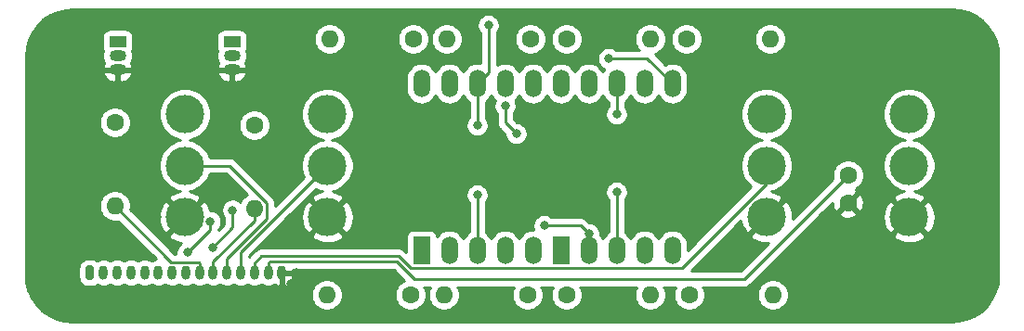
<source format=gbr>
%TF.GenerationSoftware,KiCad,Pcbnew,(5.1.6-0-10_14)*%
%TF.CreationDate,2021-01-19T16:44:27+00:00*%
%TF.ProjectId,daughterboard,64617567-6874-4657-9262-6f6172642e6b,rev?*%
%TF.SameCoordinates,Original*%
%TF.FileFunction,Copper,L1,Top*%
%TF.FilePolarity,Positive*%
%FSLAX46Y46*%
G04 Gerber Fmt 4.6, Leading zero omitted, Abs format (unit mm)*
G04 Created by KiCad (PCBNEW (5.1.6-0-10_14)) date 2021-01-19 16:44:27*
%MOMM*%
%LPD*%
G01*
G04 APERTURE LIST*
%TA.AperFunction,ComponentPad*%
%ADD10O,0.800000X1.300000*%
%TD*%
%TA.AperFunction,ComponentPad*%
%ADD11R,1.524000X2.524000*%
%TD*%
%TA.AperFunction,ComponentPad*%
%ADD12O,1.524000X2.524000*%
%TD*%
%TA.AperFunction,ComponentPad*%
%ADD13O,1.600000X1.600000*%
%TD*%
%TA.AperFunction,ComponentPad*%
%ADD14C,1.600000*%
%TD*%
%TA.AperFunction,ComponentPad*%
%ADD15C,3.500000*%
%TD*%
%TA.AperFunction,ComponentPad*%
%ADD16R,1.500000X1.050000*%
%TD*%
%TA.AperFunction,ComponentPad*%
%ADD17O,1.500000X1.050000*%
%TD*%
%TA.AperFunction,ViaPad*%
%ADD18C,0.800000*%
%TD*%
%TA.AperFunction,Conductor*%
%ADD19C,0.250000*%
%TD*%
%TA.AperFunction,Conductor*%
%ADD20C,0.254000*%
%TD*%
G04 APERTURE END LIST*
D10*
%TO.P,J1,15*%
%TO.N,GND*%
X-25934000Y13208000D03*
%TO.P,J1,14*%
%TO.N,NRST*%
X-27184000Y13208000D03*
%TO.P,J1,13*%
%TO.N,B_STOP*%
X-28434000Y13208000D03*
%TO.P,J1,12*%
%TO.N,B_NEXT*%
X-29684000Y13208000D03*
%TO.P,J1,11*%
%TO.N,B_PREV*%
X-30934000Y13208000D03*
%TO.P,J1,10*%
%TO.N,LCD_DIG2CC*%
X-32184000Y13208000D03*
%TO.P,J1,9*%
%TO.N,LCD_DIG1CC*%
X-33434000Y13208000D03*
%TO.P,J1,8*%
%TO.N,LCD_DP*%
X-34684000Y13208000D03*
%TO.P,J1,7*%
%TO.N,LCD_G*%
X-35934000Y13208000D03*
%TO.P,J1,6*%
%TO.N,LCD_F*%
X-37184000Y13208000D03*
%TO.P,J1,5*%
%TO.N,LCD_E*%
X-38434000Y13208000D03*
%TO.P,J1,4*%
%TO.N,LCD_D*%
X-39684000Y13208000D03*
%TO.P,J1,3*%
%TO.N,LCD_C*%
X-40934000Y13208000D03*
%TO.P,J1,2*%
%TO.N,LCD_B*%
X-42184000Y13208000D03*
%TO.P,J1,1*%
%TO.N,LCD_A*%
%TA.AperFunction,ComponentPad*%
G36*
G01*
X-43834000Y12758000D02*
X-43834000Y13658000D01*
G75*
G02*
X-43634000Y13858000I200000J0D01*
G01*
X-43234000Y13858000D01*
G75*
G02*
X-43034000Y13658000I0J-200000D01*
G01*
X-43034000Y12758000D01*
G75*
G02*
X-43234000Y12558000I-200000J0D01*
G01*
X-43634000Y12558000D01*
G75*
G02*
X-43834000Y12758000I0J200000D01*
G01*
G37*
%TD.AperFunction*%
%TD*%
D11*
%TO.P,U1,1*%
%TO.N,Net-(R5-Pad1)*%
X-13208000Y15240000D03*
D12*
%TO.P,U1,2*%
%TO.N,Net-(R4-Pad1)*%
X-10668000Y15240000D03*
%TO.P,U1,3*%
%TO.N,Net-(Q1-Pad1)*%
X-8128000Y15240000D03*
%TO.P,U1,4*%
%TO.N,Net-(R3-Pad1)*%
X-5588000Y15240000D03*
%TO.P,U1,5*%
%TO.N,Net-(R8-Pad1)*%
X-3048000Y15240000D03*
%TO.P,U1,6*%
%TO.N,Net-(R2-Pad1)*%
X-3048000Y30480000D03*
%TO.P,U1,7*%
%TO.N,Net-(R1-Pad1)*%
X-5588000Y30480000D03*
%TO.P,U1,8*%
%TO.N,Net-(Q1-Pad1)*%
X-8128000Y30480000D03*
%TO.P,U1,9*%
%TO.N,Net-(R6-Pad1)*%
X-10668000Y30480000D03*
%TO.P,U1,10*%
%TO.N,Net-(R7-Pad1)*%
X-13208000Y30480000D03*
%TD*%
D13*
%TO.P,R1,2*%
%TO.N,LCD_A*%
X18542000Y34544000D03*
D14*
%TO.P,R1,1*%
%TO.N,Net-(R1-Pad1)*%
X10922000Y34544000D03*
%TD*%
D13*
%TO.P,R2,2*%
%TO.N,LCD_B*%
X-10922000Y34544000D03*
D14*
%TO.P,R2,1*%
%TO.N,Net-(R2-Pad1)*%
X-3302000Y34544000D03*
%TD*%
D13*
%TO.P,R3,2*%
%TO.N,LCD_C*%
X-11176000Y11176000D03*
D14*
%TO.P,R3,1*%
%TO.N,Net-(R3-Pad1)*%
X-3556000Y11176000D03*
%TD*%
D13*
%TO.P,R4,2*%
%TO.N,LCD_D*%
X7620000Y11176000D03*
D14*
%TO.P,R4,1*%
%TO.N,Net-(R4-Pad1)*%
X0Y11176000D03*
%TD*%
D13*
%TO.P,R5,2*%
%TO.N,LCD_E*%
X-21844000Y11176000D03*
D14*
%TO.P,R5,1*%
%TO.N,Net-(R5-Pad1)*%
X-14224000Y11176000D03*
%TD*%
D13*
%TO.P,R6,2*%
%TO.N,LCD_F*%
X-21590000Y34544000D03*
D14*
%TO.P,R6,1*%
%TO.N,Net-(R6-Pad1)*%
X-13970000Y34544000D03*
%TD*%
D13*
%TO.P,R7,2*%
%TO.N,LCD_G*%
X7620000Y34544000D03*
D14*
%TO.P,R7,1*%
%TO.N,Net-(R7-Pad1)*%
X0Y34544000D03*
%TD*%
D13*
%TO.P,R8,2*%
%TO.N,LCD_DP*%
X18796000Y11176000D03*
D14*
%TO.P,R8,1*%
%TO.N,Net-(R8-Pad1)*%
X11176000Y11176000D03*
%TD*%
D15*
%TO.P,SW1,3*%
%TO.N,GND*%
X-34778000Y18300000D03*
%TO.P,SW1,2*%
%TO.N,B_PREV*%
X-34778000Y23000000D03*
%TO.P,SW1,1*%
%TO.N,Net-(SW1-Pad1)*%
X-34778000Y27700000D03*
%TD*%
%TO.P,SW2,3*%
%TO.N,GND*%
X-21778000Y18300000D03*
%TO.P,SW2,2*%
%TO.N,B_NEXT*%
X-21778000Y23000000D03*
%TO.P,SW2,1*%
%TO.N,Net-(SW2-Pad1)*%
X-21778000Y27700000D03*
%TD*%
%TO.P,SW3,3*%
%TO.N,GND*%
X18222000Y18300000D03*
%TO.P,SW3,2*%
%TO.N,B_STOP*%
X18222000Y23000000D03*
%TO.P,SW3,1*%
%TO.N,Net-(SW3-Pad1)*%
X18222000Y27700000D03*
%TD*%
%TO.P,SW4,3*%
%TO.N,GND*%
X31222000Y18300000D03*
%TO.P,SW4,2*%
%TO.N,NRST*%
X31222000Y23000000D03*
%TO.P,SW4,1*%
%TO.N,Net-(SW4-Pad1)*%
X31222000Y27700000D03*
%TD*%
D11*
%TO.P,U2,1*%
%TO.N,Net-(R5-Pad1)*%
X-508000Y15240000D03*
D12*
%TO.P,U2,2*%
%TO.N,Net-(R4-Pad1)*%
X2032000Y15240000D03*
%TO.P,U2,3*%
%TO.N,Net-(Q2-Pad1)*%
X4572000Y15240000D03*
%TO.P,U2,4*%
%TO.N,Net-(R3-Pad1)*%
X7112000Y15240000D03*
%TO.P,U2,5*%
%TO.N,Net-(R8-Pad1)*%
X9652000Y15240000D03*
%TO.P,U2,6*%
%TO.N,Net-(R2-Pad1)*%
X9652000Y30480000D03*
%TO.P,U2,7*%
%TO.N,Net-(R1-Pad1)*%
X7112000Y30480000D03*
%TO.P,U2,8*%
%TO.N,Net-(Q2-Pad1)*%
X4572000Y30480000D03*
%TO.P,U2,9*%
%TO.N,Net-(R6-Pad1)*%
X2032000Y30480000D03*
%TO.P,U2,10*%
%TO.N,Net-(R7-Pad1)*%
X-508000Y30480000D03*
%TD*%
D14*
%TO.P,C1,2*%
%TO.N,GND*%
X25654000Y19598000D03*
%TO.P,C1,1*%
%TO.N,NRST*%
X25654000Y22098000D03*
%TD*%
D16*
%TO.P,Q1,1*%
%TO.N,Net-(Q1-Pad1)*%
X-40894000Y34290000D03*
D17*
%TO.P,Q1,3*%
%TO.N,GND*%
X-40894000Y31750000D03*
%TO.P,Q1,2*%
%TO.N,Net-(Q1-Pad2)*%
X-40894000Y33020000D03*
%TD*%
D16*
%TO.P,Q2,1*%
%TO.N,Net-(Q2-Pad1)*%
X-30480000Y34290000D03*
D17*
%TO.P,Q2,3*%
%TO.N,GND*%
X-30480000Y31750000D03*
%TO.P,Q2,2*%
%TO.N,Net-(Q2-Pad2)*%
X-30480000Y33020000D03*
%TD*%
D13*
%TO.P,R9,2*%
%TO.N,LCD_DIG1CC*%
X-41148000Y19304000D03*
D14*
%TO.P,R9,1*%
%TO.N,Net-(Q1-Pad2)*%
X-41148000Y26924000D03*
%TD*%
D13*
%TO.P,R10,2*%
%TO.N,LCD_DIG2CC*%
X-28448000Y19050000D03*
D14*
%TO.P,R10,1*%
%TO.N,Net-(Q2-Pad2)*%
X-28448000Y26670000D03*
%TD*%
D18*
%TO.N,GND*%
X-24638000Y13208000D03*
X-25146000Y12192000D03*
X-23876000Y16764000D03*
X-37338000Y18288000D03*
X16002000Y17018000D03*
X28702000Y17272000D03*
X36576000Y29210000D03*
X36576000Y23114000D03*
X36576000Y16764000D03*
X-3810000Y23368000D03*
X12700000Y31242000D03*
X8636000Y27178000D03*
X-6858000Y11430000D03*
X-16510000Y12954000D03*
X-8382000Y34544000D03*
X-5588000Y34544000D03*
X-45212000Y23114000D03*
X-45212000Y16764000D03*
X-45212000Y29210000D03*
%TO.N,LCD_F*%
X-34544000Y15049976D03*
X-32462396Y17899332D03*
%TO.N,LCD_B*%
X-30424059Y18925971D03*
X-32258000Y15499989D03*
%TO.N,Net-(R1-Pad1)*%
X-5588000Y28448000D03*
X-4572000Y25908000D03*
%TO.N,Net-(R2-Pad1)*%
X3846990Y32777360D03*
%TO.N,Net-(R4-Pad1)*%
X-2032000Y17526000D03*
X2032000Y16778946D03*
%TO.N,Net-(Q1-Pad1)*%
X-8128000Y26670000D03*
X-8128000Y20320000D03*
X-7112000Y35814002D03*
%TO.N,Net-(Q2-Pad1)*%
X4572000Y20574000D03*
X4572000Y27686006D03*
%TD*%
D19*
%TO.N,NRST*%
X16213692Y12657692D02*
X25654000Y22098000D01*
X-27184000Y14108000D02*
X-27068000Y14224000D01*
X-27184000Y13208000D02*
X-27184000Y14108000D01*
X-13871105Y12657692D02*
X16213692Y12657692D01*
X-15437413Y14224000D02*
X-13871105Y12657692D01*
X-27068000Y14224000D02*
X-15437413Y14224000D01*
%TO.N,B_STOP*%
X10503988Y13652990D02*
X18222000Y21371002D01*
X18222000Y21371002D02*
X18222000Y23000000D01*
X-14229992Y13652990D02*
X10503988Y13652990D01*
X-15309002Y14732000D02*
X-14229992Y13652990D01*
X-27810000Y14732000D02*
X-15309002Y14732000D01*
X-28434000Y14108000D02*
X-27810000Y14732000D01*
X-28434000Y13208000D02*
X-28434000Y14108000D01*
%TO.N,B_NEXT*%
X-29684000Y13208000D02*
X-29684000Y15094000D01*
X-29684000Y15094000D02*
X-21778000Y23000000D01*
%TO.N,B_PREV*%
X-30732998Y23000000D02*
X-34778000Y23000000D01*
X-30934000Y14480410D02*
X-27322999Y18091411D01*
X-27322999Y18091411D02*
X-27322999Y19590001D01*
X-30934000Y13208000D02*
X-30934000Y14480410D01*
X-27322999Y19590001D02*
X-30732998Y23000000D01*
%TO.N,LCD_DIG2CC*%
X-32184000Y13208000D02*
X-32184000Y14240998D01*
X-32184000Y14240998D02*
X-28448000Y17976998D01*
X-28448000Y17976998D02*
X-28448000Y19050000D01*
%TO.N,LCD_DIG1CC*%
X-33509010Y14183010D02*
X-36027010Y14183010D01*
X-33434000Y14108000D02*
X-33509010Y14183010D01*
X-36027010Y14183010D02*
X-41148000Y19304000D01*
X-33434000Y13208000D02*
X-33434000Y14108000D01*
%TO.N,LCD_F*%
X-32462396Y17131580D02*
X-32462396Y17899332D01*
X-34544000Y15049976D02*
X-32462396Y17131580D01*
%TO.N,LCD_B*%
X-30424059Y17333930D02*
X-32258000Y15499989D01*
X-30424059Y18925971D02*
X-30424059Y17333930D01*
%TO.N,Net-(R1-Pad1)*%
X-5588000Y26924000D02*
X-4572000Y25908000D01*
X-5588000Y28448000D02*
X-5588000Y26924000D01*
%TO.N,Net-(R2-Pad1)*%
X7354640Y32777360D02*
X3846990Y32777360D01*
X9652000Y30480000D02*
X7354640Y32777360D01*
%TO.N,Net-(R4-Pad1)*%
X-2032000Y17526000D02*
X1284946Y17526000D01*
X1284946Y17526000D02*
X2032000Y16778946D01*
%TO.N,Net-(Q1-Pad1)*%
X-8128000Y30480000D02*
X-8128000Y26670000D01*
X-8128000Y20320000D02*
X-8128000Y15240000D01*
X-8128000Y30480000D02*
X-7112000Y31496000D01*
X-7112000Y31496000D02*
X-7112000Y35814002D01*
%TO.N,Net-(Q2-Pad1)*%
X4572000Y20574000D02*
X4572000Y15240000D01*
X4572000Y30480000D02*
X4572000Y27686006D01*
%TD*%
D20*
%TO.N,GND*%
G36*
X35061269Y37264999D02*
G01*
X35848747Y37194718D01*
X36579643Y36994768D01*
X37263575Y36668549D01*
X37878928Y36226373D01*
X38406256Y35682212D01*
X38828889Y35053270D01*
X39133462Y34359432D01*
X39311714Y33616961D01*
X39358999Y32973051D01*
X39359001Y13032741D01*
X39288719Y12245251D01*
X39088769Y11514356D01*
X38762550Y10830424D01*
X38320374Y10215071D01*
X37776211Y9687740D01*
X37147274Y9265113D01*
X36453429Y8960535D01*
X35710961Y8782285D01*
X35067051Y8734999D01*
X-44967258Y8734999D01*
X-45754748Y8805281D01*
X-46485643Y9005231D01*
X-47169575Y9331450D01*
X-47784928Y9773626D01*
X-48312259Y10317789D01*
X-48734886Y10946726D01*
X-48897572Y11317335D01*
X-23279000Y11317335D01*
X-23279000Y11034665D01*
X-23223853Y10757426D01*
X-23115680Y10496273D01*
X-22958637Y10261241D01*
X-22758759Y10061363D01*
X-22523727Y9904320D01*
X-22262574Y9796147D01*
X-21985335Y9741000D01*
X-21702665Y9741000D01*
X-21425426Y9796147D01*
X-21164273Y9904320D01*
X-20929241Y10061363D01*
X-20729363Y10261241D01*
X-20572320Y10496273D01*
X-20464147Y10757426D01*
X-20409000Y11034665D01*
X-20409000Y11317335D01*
X-20464147Y11594574D01*
X-20572320Y11855727D01*
X-20729363Y12090759D01*
X-20929241Y12290637D01*
X-21164273Y12447680D01*
X-21425426Y12555853D01*
X-21702665Y12611000D01*
X-21985335Y12611000D01*
X-22262574Y12555853D01*
X-22523727Y12447680D01*
X-22758759Y12290637D01*
X-22958637Y12090759D01*
X-23115680Y11855727D01*
X-23223853Y11594574D01*
X-23279000Y11317335D01*
X-48897572Y11317335D01*
X-49039464Y11640571D01*
X-49217714Y12383039D01*
X-49265001Y13026963D01*
X-49265001Y13658000D01*
X-44472072Y13658000D01*
X-44472072Y12758000D01*
X-44455969Y12594500D01*
X-44408278Y12437284D01*
X-44330831Y12292392D01*
X-44226606Y12165394D01*
X-44099608Y12061169D01*
X-43954716Y11983722D01*
X-43797500Y11936031D01*
X-43634000Y11919928D01*
X-43234000Y11919928D01*
X-43070500Y11936031D01*
X-42913284Y11983722D01*
X-42768392Y12061169D01*
X-42742106Y12082741D01*
X-42581992Y11997159D01*
X-42386894Y11937976D01*
X-42184000Y11917993D01*
X-41981105Y11937976D01*
X-41786007Y11997159D01*
X-41606203Y12093266D01*
X-41559000Y12132005D01*
X-41511796Y12093266D01*
X-41331992Y11997159D01*
X-41136894Y11937976D01*
X-40934000Y11917993D01*
X-40731105Y11937976D01*
X-40536007Y11997159D01*
X-40356203Y12093266D01*
X-40309000Y12132005D01*
X-40261796Y12093266D01*
X-40081992Y11997159D01*
X-39886894Y11937976D01*
X-39684000Y11917993D01*
X-39481105Y11937976D01*
X-39286007Y11997159D01*
X-39106203Y12093266D01*
X-39059000Y12132005D01*
X-39011796Y12093266D01*
X-38831992Y11997159D01*
X-38636894Y11937976D01*
X-38434000Y11917993D01*
X-38231105Y11937976D01*
X-38036007Y11997159D01*
X-37856203Y12093266D01*
X-37809000Y12132005D01*
X-37761796Y12093266D01*
X-37581992Y11997159D01*
X-37386894Y11937976D01*
X-37184000Y11917993D01*
X-36981105Y11937976D01*
X-36786007Y11997159D01*
X-36606203Y12093266D01*
X-36559000Y12132005D01*
X-36511796Y12093266D01*
X-36331992Y11997159D01*
X-36136894Y11937976D01*
X-35934000Y11917993D01*
X-35731105Y11937976D01*
X-35536007Y11997159D01*
X-35356203Y12093266D01*
X-35309000Y12132005D01*
X-35261796Y12093266D01*
X-35081992Y11997159D01*
X-34886894Y11937976D01*
X-34684000Y11917993D01*
X-34481105Y11937976D01*
X-34286007Y11997159D01*
X-34106203Y12093266D01*
X-34059000Y12132005D01*
X-34011796Y12093266D01*
X-33831992Y11997159D01*
X-33636894Y11937976D01*
X-33434000Y11917993D01*
X-33231105Y11937976D01*
X-33036007Y11997159D01*
X-32856203Y12093266D01*
X-32809000Y12132005D01*
X-32761796Y12093266D01*
X-32581992Y11997159D01*
X-32386894Y11937976D01*
X-32184000Y11917993D01*
X-31981105Y11937976D01*
X-31786007Y11997159D01*
X-31606203Y12093266D01*
X-31559000Y12132005D01*
X-31511796Y12093266D01*
X-31331992Y11997159D01*
X-31136894Y11937976D01*
X-30934000Y11917993D01*
X-30731105Y11937976D01*
X-30536007Y11997159D01*
X-30356203Y12093266D01*
X-30309000Y12132005D01*
X-30261796Y12093266D01*
X-30081992Y11997159D01*
X-29886894Y11937976D01*
X-29684000Y11917993D01*
X-29481105Y11937976D01*
X-29286007Y11997159D01*
X-29106203Y12093266D01*
X-29059000Y12132005D01*
X-29011796Y12093266D01*
X-28831992Y11997159D01*
X-28636894Y11937976D01*
X-28434000Y11917993D01*
X-28231105Y11937976D01*
X-28036007Y11997159D01*
X-27856203Y12093266D01*
X-27809000Y12132005D01*
X-27761796Y12093266D01*
X-27581992Y11997159D01*
X-27386894Y11937976D01*
X-27184000Y11917993D01*
X-26981105Y11937976D01*
X-26786007Y11997159D01*
X-26606203Y12093266D01*
X-26566062Y12126209D01*
X-26482160Y12062745D01*
X-26296972Y11973006D01*
X-26220123Y11963334D01*
X-26061000Y12091002D01*
X-26061000Y13081000D01*
X-25807000Y13081000D01*
X-25807000Y12091002D01*
X-25647877Y11963334D01*
X-25571028Y11973006D01*
X-25385840Y12062745D01*
X-25221717Y12186888D01*
X-25084967Y12340664D01*
X-24980845Y12518164D01*
X-24913352Y12712567D01*
X-24885082Y12916401D01*
X-25050238Y13081000D01*
X-25807000Y13081000D01*
X-26061000Y13081000D01*
X-26081000Y13081000D01*
X-26081000Y13335000D01*
X-26061000Y13335000D01*
X-26061000Y13355000D01*
X-25807000Y13355000D01*
X-25807000Y13335000D01*
X-25050238Y13335000D01*
X-24920801Y13464000D01*
X-15752214Y13464000D01*
X-14785052Y12496837D01*
X-14903727Y12447680D01*
X-15138759Y12290637D01*
X-15338637Y12090759D01*
X-15495680Y11855727D01*
X-15603853Y11594574D01*
X-15659000Y11317335D01*
X-15659000Y11034665D01*
X-15603853Y10757426D01*
X-15495680Y10496273D01*
X-15338637Y10261241D01*
X-15138759Y10061363D01*
X-14903727Y9904320D01*
X-14642574Y9796147D01*
X-14365335Y9741000D01*
X-14082665Y9741000D01*
X-13805426Y9796147D01*
X-13544273Y9904320D01*
X-13309241Y10061363D01*
X-13109363Y10261241D01*
X-12952320Y10496273D01*
X-12844147Y10757426D01*
X-12789000Y11034665D01*
X-12789000Y11317335D01*
X-12844147Y11594574D01*
X-12952320Y11855727D01*
X-12980360Y11897692D01*
X-12419640Y11897692D01*
X-12447680Y11855727D01*
X-12555853Y11594574D01*
X-12611000Y11317335D01*
X-12611000Y11034665D01*
X-12555853Y10757426D01*
X-12447680Y10496273D01*
X-12290637Y10261241D01*
X-12090759Y10061363D01*
X-11855727Y9904320D01*
X-11594574Y9796147D01*
X-11317335Y9741000D01*
X-11034665Y9741000D01*
X-10757426Y9796147D01*
X-10496273Y9904320D01*
X-10261241Y10061363D01*
X-10061363Y10261241D01*
X-9904320Y10496273D01*
X-9796147Y10757426D01*
X-9741000Y11034665D01*
X-9741000Y11317335D01*
X-9796147Y11594574D01*
X-9904320Y11855727D01*
X-9932360Y11897692D01*
X-4799640Y11897692D01*
X-4827680Y11855727D01*
X-4935853Y11594574D01*
X-4991000Y11317335D01*
X-4991000Y11034665D01*
X-4935853Y10757426D01*
X-4827680Y10496273D01*
X-4670637Y10261241D01*
X-4470759Y10061363D01*
X-4235727Y9904320D01*
X-3974574Y9796147D01*
X-3697335Y9741000D01*
X-3414665Y9741000D01*
X-3137426Y9796147D01*
X-2876273Y9904320D01*
X-2641241Y10061363D01*
X-2441363Y10261241D01*
X-2284320Y10496273D01*
X-2176147Y10757426D01*
X-2121000Y11034665D01*
X-2121000Y11317335D01*
X-2176147Y11594574D01*
X-2284320Y11855727D01*
X-2312360Y11897692D01*
X-1243640Y11897692D01*
X-1271680Y11855727D01*
X-1379853Y11594574D01*
X-1435000Y11317335D01*
X-1435000Y11034665D01*
X-1379853Y10757426D01*
X-1271680Y10496273D01*
X-1114637Y10261241D01*
X-914759Y10061363D01*
X-679727Y9904320D01*
X-418574Y9796147D01*
X-141335Y9741000D01*
X141335Y9741000D01*
X418574Y9796147D01*
X679727Y9904320D01*
X914759Y10061363D01*
X1114637Y10261241D01*
X1271680Y10496273D01*
X1379853Y10757426D01*
X1435000Y11034665D01*
X1435000Y11317335D01*
X1379853Y11594574D01*
X1271680Y11855727D01*
X1243640Y11897692D01*
X6376360Y11897692D01*
X6348320Y11855727D01*
X6240147Y11594574D01*
X6185000Y11317335D01*
X6185000Y11034665D01*
X6240147Y10757426D01*
X6348320Y10496273D01*
X6505363Y10261241D01*
X6705241Y10061363D01*
X6940273Y9904320D01*
X7201426Y9796147D01*
X7478665Y9741000D01*
X7761335Y9741000D01*
X8038574Y9796147D01*
X8299727Y9904320D01*
X8534759Y10061363D01*
X8734637Y10261241D01*
X8891680Y10496273D01*
X8999853Y10757426D01*
X9055000Y11034665D01*
X9055000Y11317335D01*
X8999853Y11594574D01*
X8891680Y11855727D01*
X8863640Y11897692D01*
X9932360Y11897692D01*
X9904320Y11855727D01*
X9796147Y11594574D01*
X9741000Y11317335D01*
X9741000Y11034665D01*
X9796147Y10757426D01*
X9904320Y10496273D01*
X10061363Y10261241D01*
X10261241Y10061363D01*
X10496273Y9904320D01*
X10757426Y9796147D01*
X11034665Y9741000D01*
X11317335Y9741000D01*
X11594574Y9796147D01*
X11855727Y9904320D01*
X12090759Y10061363D01*
X12290637Y10261241D01*
X12447680Y10496273D01*
X12555853Y10757426D01*
X12611000Y11034665D01*
X12611000Y11317335D01*
X17361000Y11317335D01*
X17361000Y11034665D01*
X17416147Y10757426D01*
X17524320Y10496273D01*
X17681363Y10261241D01*
X17881241Y10061363D01*
X18116273Y9904320D01*
X18377426Y9796147D01*
X18654665Y9741000D01*
X18937335Y9741000D01*
X19214574Y9796147D01*
X19475727Y9904320D01*
X19710759Y10061363D01*
X19910637Y10261241D01*
X20067680Y10496273D01*
X20175853Y10757426D01*
X20231000Y11034665D01*
X20231000Y11317335D01*
X20175853Y11594574D01*
X20067680Y11855727D01*
X19910637Y12090759D01*
X19710759Y12290637D01*
X19475727Y12447680D01*
X19214574Y12555853D01*
X18937335Y12611000D01*
X18654665Y12611000D01*
X18377426Y12555853D01*
X18116273Y12447680D01*
X17881241Y12290637D01*
X17681363Y12090759D01*
X17524320Y11855727D01*
X17416147Y11594574D01*
X17361000Y11317335D01*
X12611000Y11317335D01*
X12555853Y11594574D01*
X12447680Y11855727D01*
X12419640Y11897692D01*
X16176370Y11897692D01*
X16213692Y11894016D01*
X16251014Y11897692D01*
X16251025Y11897692D01*
X16362678Y11908689D01*
X16505939Y11952146D01*
X16637968Y12022718D01*
X16753693Y12117691D01*
X16777496Y12146695D01*
X21261192Y16630391D01*
X29731997Y16630391D01*
X29918073Y16289234D01*
X30335409Y16073487D01*
X30786815Y15943304D01*
X31254946Y15903687D01*
X31721811Y15956158D01*
X32169468Y16098703D01*
X32525927Y16289234D01*
X32712003Y16630391D01*
X31222000Y18120395D01*
X29731997Y16630391D01*
X21261192Y16630391D01*
X23236099Y18605298D01*
X24840903Y18605298D01*
X24912486Y18361329D01*
X25167996Y18240429D01*
X25442184Y18171700D01*
X25724512Y18157783D01*
X26004130Y18199213D01*
X26193833Y18267054D01*
X28825687Y18267054D01*
X28878158Y17800189D01*
X29020703Y17352532D01*
X29211234Y16996073D01*
X29552391Y16809997D01*
X31042395Y18300000D01*
X31401605Y18300000D01*
X32891609Y16809997D01*
X33232766Y16996073D01*
X33448513Y17413409D01*
X33578696Y17864815D01*
X33618313Y18332946D01*
X33565842Y18799811D01*
X33423297Y19247468D01*
X33232766Y19603927D01*
X32891609Y19790003D01*
X31401605Y18300000D01*
X31042395Y18300000D01*
X29552391Y19790003D01*
X29211234Y19603927D01*
X28995487Y19186591D01*
X28865304Y18735185D01*
X28825687Y18267054D01*
X26193833Y18267054D01*
X26270292Y18294397D01*
X26395514Y18361329D01*
X26467097Y18605298D01*
X25654000Y19418395D01*
X24840903Y18605298D01*
X23236099Y18605298D01*
X24216660Y19585859D01*
X24213783Y19527488D01*
X24255213Y19247870D01*
X24350397Y18981708D01*
X24417329Y18856486D01*
X24661298Y18784903D01*
X25474395Y19598000D01*
X25833605Y19598000D01*
X26646702Y18784903D01*
X26890671Y18856486D01*
X27011571Y19111996D01*
X27080300Y19386184D01*
X27094217Y19668512D01*
X27052787Y19948130D01*
X26957603Y20214292D01*
X26890671Y20339514D01*
X26646702Y20411097D01*
X25833605Y19598000D01*
X25474395Y19598000D01*
X25460253Y19612143D01*
X25639858Y19791748D01*
X25654000Y19777605D01*
X26467097Y20590702D01*
X26395514Y20834671D01*
X26366659Y20848324D01*
X26568759Y20983363D01*
X26768637Y21183241D01*
X26925680Y21418273D01*
X27033853Y21679426D01*
X27089000Y21956665D01*
X27089000Y22239335D01*
X27033853Y22516574D01*
X26925680Y22777727D01*
X26768637Y23012759D01*
X26568759Y23212637D01*
X26333727Y23369680D01*
X26072574Y23477853D01*
X25795335Y23533000D01*
X25512665Y23533000D01*
X25235426Y23477853D01*
X24974273Y23369680D01*
X24739241Y23212637D01*
X24539363Y23012759D01*
X24382320Y22777727D01*
X24274147Y22516574D01*
X24219000Y22239335D01*
X24219000Y21956665D01*
X24255312Y21774114D01*
X20600208Y18119009D01*
X20618313Y18332946D01*
X20565842Y18799811D01*
X20423297Y19247468D01*
X20232766Y19603927D01*
X19891609Y19790003D01*
X18401605Y18300000D01*
X18415748Y18285858D01*
X18236142Y18106252D01*
X18222000Y18120395D01*
X16731997Y16630391D01*
X16918073Y16289234D01*
X17335409Y16073487D01*
X17786815Y15943304D01*
X18254946Y15903687D01*
X18401339Y15920140D01*
X15898891Y13417692D01*
X11343491Y13417692D01*
X15862784Y17936984D01*
X15878158Y17800189D01*
X16020703Y17352532D01*
X16211234Y16996073D01*
X16552391Y16809997D01*
X18042395Y18300000D01*
X18028252Y18314142D01*
X18207858Y18493748D01*
X18222000Y18479605D01*
X19712003Y19969609D01*
X19525927Y20310766D01*
X19108591Y20526513D01*
X18660996Y20655597D01*
X18917679Y20706654D01*
X19351721Y20886440D01*
X19742349Y21147450D01*
X20074550Y21479651D01*
X20335560Y21870279D01*
X20515346Y22304321D01*
X20607000Y22765098D01*
X20607000Y23234902D01*
X20515346Y23695679D01*
X20335560Y24129721D01*
X20074550Y24520349D01*
X19742349Y24852550D01*
X19351721Y25113560D01*
X18917679Y25293346D01*
X18632859Y25350000D01*
X18917679Y25406654D01*
X19351721Y25586440D01*
X19742349Y25847450D01*
X20074550Y26179651D01*
X20335560Y26570279D01*
X20515346Y27004321D01*
X20607000Y27465098D01*
X20607000Y27934902D01*
X28837000Y27934902D01*
X28837000Y27465098D01*
X28928654Y27004321D01*
X29108440Y26570279D01*
X29369450Y26179651D01*
X29701651Y25847450D01*
X30092279Y25586440D01*
X30526321Y25406654D01*
X30811141Y25350000D01*
X30526321Y25293346D01*
X30092279Y25113560D01*
X29701651Y24852550D01*
X29369450Y24520349D01*
X29108440Y24129721D01*
X28928654Y23695679D01*
X28837000Y23234902D01*
X28837000Y22765098D01*
X28928654Y22304321D01*
X29108440Y21870279D01*
X29369450Y21479651D01*
X29701651Y21147450D01*
X30092279Y20886440D01*
X30526321Y20706654D01*
X30798808Y20652453D01*
X30722189Y20643842D01*
X30274532Y20501297D01*
X29918073Y20310766D01*
X29731997Y19969609D01*
X31222000Y18479605D01*
X32712003Y19969609D01*
X32525927Y20310766D01*
X32108591Y20526513D01*
X31660996Y20655597D01*
X31917679Y20706654D01*
X32351721Y20886440D01*
X32742349Y21147450D01*
X33074550Y21479651D01*
X33335560Y21870279D01*
X33515346Y22304321D01*
X33607000Y22765098D01*
X33607000Y23234902D01*
X33515346Y23695679D01*
X33335560Y24129721D01*
X33074550Y24520349D01*
X32742349Y24852550D01*
X32351721Y25113560D01*
X31917679Y25293346D01*
X31632859Y25350000D01*
X31917679Y25406654D01*
X32351721Y25586440D01*
X32742349Y25847450D01*
X33074550Y26179651D01*
X33335560Y26570279D01*
X33515346Y27004321D01*
X33607000Y27465098D01*
X33607000Y27934902D01*
X33515346Y28395679D01*
X33335560Y28829721D01*
X33074550Y29220349D01*
X32742349Y29552550D01*
X32351721Y29813560D01*
X31917679Y29993346D01*
X31456902Y30085000D01*
X30987098Y30085000D01*
X30526321Y29993346D01*
X30092279Y29813560D01*
X29701651Y29552550D01*
X29369450Y29220349D01*
X29108440Y28829721D01*
X28928654Y28395679D01*
X28837000Y27934902D01*
X20607000Y27934902D01*
X20515346Y28395679D01*
X20335560Y28829721D01*
X20074550Y29220349D01*
X19742349Y29552550D01*
X19351721Y29813560D01*
X18917679Y29993346D01*
X18456902Y30085000D01*
X17987098Y30085000D01*
X17526321Y29993346D01*
X17092279Y29813560D01*
X16701651Y29552550D01*
X16369450Y29220349D01*
X16108440Y28829721D01*
X15928654Y28395679D01*
X15837000Y27934902D01*
X15837000Y27465098D01*
X15928654Y27004321D01*
X16108440Y26570279D01*
X16369450Y26179651D01*
X16701651Y25847450D01*
X17092279Y25586440D01*
X17526321Y25406654D01*
X17811141Y25350000D01*
X17526321Y25293346D01*
X17092279Y25113560D01*
X16701651Y24852550D01*
X16369450Y24520349D01*
X16108440Y24129721D01*
X15928654Y23695679D01*
X15837000Y23234902D01*
X15837000Y22765098D01*
X15928654Y22304321D01*
X16108440Y21870279D01*
X16369450Y21479651D01*
X16701651Y21147450D01*
X16834727Y21058531D01*
X11049000Y15272803D01*
X11049000Y15808625D01*
X11028786Y16013860D01*
X10948904Y16277195D01*
X10819183Y16519887D01*
X10644607Y16732608D01*
X10431886Y16907183D01*
X10189194Y17036904D01*
X9925859Y17116786D01*
X9652000Y17143759D01*
X9378140Y17116786D01*
X9114805Y17036904D01*
X8872113Y16907183D01*
X8659392Y16732607D01*
X8484817Y16519886D01*
X8382000Y16327529D01*
X8279183Y16519887D01*
X8104607Y16732608D01*
X7891886Y16907183D01*
X7649194Y17036904D01*
X7385859Y17116786D01*
X7112000Y17143759D01*
X6838140Y17116786D01*
X6574805Y17036904D01*
X6332113Y16907183D01*
X6119392Y16732607D01*
X5944817Y16519886D01*
X5842000Y16327529D01*
X5739183Y16519887D01*
X5564607Y16732608D01*
X5351886Y16907183D01*
X5332000Y16917812D01*
X5332000Y19870289D01*
X5375937Y19914226D01*
X5489205Y20083744D01*
X5567226Y20272102D01*
X5607000Y20472061D01*
X5607000Y20675939D01*
X5567226Y20875898D01*
X5489205Y21064256D01*
X5375937Y21233774D01*
X5231774Y21377937D01*
X5062256Y21491205D01*
X4873898Y21569226D01*
X4673939Y21609000D01*
X4470061Y21609000D01*
X4270102Y21569226D01*
X4081744Y21491205D01*
X3912226Y21377937D01*
X3768063Y21233774D01*
X3654795Y21064256D01*
X3576774Y20875898D01*
X3537000Y20675939D01*
X3537000Y20472061D01*
X3576774Y20272102D01*
X3654795Y20083744D01*
X3768063Y19914226D01*
X3812000Y19870289D01*
X3812001Y16917813D01*
X3792113Y16907183D01*
X3579392Y16732607D01*
X3404817Y16519886D01*
X3302000Y16327529D01*
X3199183Y16519887D01*
X3067000Y16680952D01*
X3067000Y16880885D01*
X3027226Y17080844D01*
X2949205Y17269202D01*
X2835937Y17438720D01*
X2691774Y17582883D01*
X2522256Y17696151D01*
X2333898Y17774172D01*
X2133939Y17813946D01*
X2071801Y17813946D01*
X1848749Y18036998D01*
X1824947Y18066001D01*
X1709222Y18160974D01*
X1577193Y18231546D01*
X1433932Y18275003D01*
X1322279Y18286000D01*
X1322268Y18286000D01*
X1284946Y18289676D01*
X1247624Y18286000D01*
X-1328289Y18286000D01*
X-1372226Y18329937D01*
X-1541744Y18443205D01*
X-1730102Y18521226D01*
X-1930061Y18561000D01*
X-2133939Y18561000D01*
X-2333898Y18521226D01*
X-2522256Y18443205D01*
X-2691774Y18329937D01*
X-2835937Y18185774D01*
X-2949205Y18016256D01*
X-3027226Y17827898D01*
X-3067000Y17627939D01*
X-3067000Y17424061D01*
X-3027226Y17224102D01*
X-2991648Y17138209D01*
X-3048000Y17143759D01*
X-3321860Y17116786D01*
X-3585195Y17036904D01*
X-3827887Y16907183D01*
X-4040608Y16732607D01*
X-4215183Y16519886D01*
X-4318000Y16327529D01*
X-4420817Y16519887D01*
X-4595393Y16732608D01*
X-4808114Y16907183D01*
X-5050806Y17036904D01*
X-5314141Y17116786D01*
X-5588000Y17143759D01*
X-5861860Y17116786D01*
X-6125195Y17036904D01*
X-6367887Y16907183D01*
X-6580608Y16732607D01*
X-6755183Y16519886D01*
X-6858000Y16327529D01*
X-6960817Y16519887D01*
X-7135393Y16732608D01*
X-7348114Y16907183D01*
X-7368000Y16917812D01*
X-7368000Y19616289D01*
X-7324063Y19660226D01*
X-7210795Y19829744D01*
X-7132774Y20018102D01*
X-7093000Y20218061D01*
X-7093000Y20421939D01*
X-7132774Y20621898D01*
X-7210795Y20810256D01*
X-7324063Y20979774D01*
X-7468226Y21123937D01*
X-7637744Y21237205D01*
X-7826102Y21315226D01*
X-8026061Y21355000D01*
X-8229939Y21355000D01*
X-8429898Y21315226D01*
X-8618256Y21237205D01*
X-8787774Y21123937D01*
X-8931937Y20979774D01*
X-9045205Y20810256D01*
X-9123226Y20621898D01*
X-9163000Y20421939D01*
X-9163000Y20218061D01*
X-9123226Y20018102D01*
X-9045205Y19829744D01*
X-8931937Y19660226D01*
X-8888000Y19616289D01*
X-8887999Y16917813D01*
X-8907887Y16907183D01*
X-9120608Y16732607D01*
X-9295183Y16519886D01*
X-9398000Y16327529D01*
X-9500817Y16519887D01*
X-9675393Y16732608D01*
X-9888114Y16907183D01*
X-10130806Y17036904D01*
X-10394141Y17116786D01*
X-10668000Y17143759D01*
X-10941860Y17116786D01*
X-11205195Y17036904D01*
X-11447887Y16907183D01*
X-11660608Y16732607D01*
X-11812421Y16547621D01*
X-11820188Y16626482D01*
X-11856498Y16746180D01*
X-11915463Y16856494D01*
X-11994815Y16953185D01*
X-12091506Y17032537D01*
X-12201820Y17091502D01*
X-12321518Y17127812D01*
X-12446000Y17140072D01*
X-13970000Y17140072D01*
X-14094482Y17127812D01*
X-14214180Y17091502D01*
X-14324494Y17032537D01*
X-14421185Y16953185D01*
X-14500537Y16856494D01*
X-14559502Y16746180D01*
X-14595812Y16626482D01*
X-14608072Y16502000D01*
X-14608072Y15105871D01*
X-14745198Y15242998D01*
X-14769001Y15272001D01*
X-14884726Y15366974D01*
X-15016755Y15437546D01*
X-15160016Y15481003D01*
X-15271669Y15492000D01*
X-15271680Y15492000D01*
X-15309002Y15495676D01*
X-15346324Y15492000D01*
X-27772678Y15492000D01*
X-27810001Y15495676D01*
X-27847324Y15492000D01*
X-27847333Y15492000D01*
X-27958986Y15481003D01*
X-28102247Y15437546D01*
X-28234276Y15366974D01*
X-28350001Y15272001D01*
X-28373800Y15243002D01*
X-28924000Y14692801D01*
X-28924000Y14779199D01*
X-27072808Y16630391D01*
X-23268003Y16630391D01*
X-23081927Y16289234D01*
X-22664591Y16073487D01*
X-22213185Y15943304D01*
X-21745054Y15903687D01*
X-21278189Y15956158D01*
X-20830532Y16098703D01*
X-20474073Y16289234D01*
X-20287997Y16630391D01*
X-21778000Y18120395D01*
X-23268003Y16630391D01*
X-27072808Y16630391D01*
X-25436144Y18267054D01*
X-24174313Y18267054D01*
X-24121842Y17800189D01*
X-23979297Y17352532D01*
X-23788766Y16996073D01*
X-23447609Y16809997D01*
X-21957605Y18300000D01*
X-21598395Y18300000D01*
X-20108391Y16809997D01*
X-19767234Y16996073D01*
X-19551487Y17413409D01*
X-19421304Y17864815D01*
X-19381687Y18332946D01*
X-19434158Y18799811D01*
X-19576703Y19247468D01*
X-19767234Y19603927D01*
X-20108391Y19790003D01*
X-21598395Y18300000D01*
X-21957605Y18300000D01*
X-23447609Y19790003D01*
X-23788766Y19603927D01*
X-24004513Y19186591D01*
X-24134696Y18735185D01*
X-24174313Y18267054D01*
X-25436144Y18267054D01*
X-22843400Y20859797D01*
X-22473679Y20706654D01*
X-22201192Y20652453D01*
X-22277811Y20643842D01*
X-22725468Y20501297D01*
X-23081927Y20310766D01*
X-23268003Y19969609D01*
X-21778000Y18479605D01*
X-20287997Y19969609D01*
X-20474073Y20310766D01*
X-20891409Y20526513D01*
X-21339004Y20655597D01*
X-21082321Y20706654D01*
X-20648279Y20886440D01*
X-20257651Y21147450D01*
X-19925450Y21479651D01*
X-19664440Y21870279D01*
X-19484654Y22304321D01*
X-19393000Y22765098D01*
X-19393000Y23234902D01*
X-19484654Y23695679D01*
X-19664440Y24129721D01*
X-19925450Y24520349D01*
X-20257651Y24852550D01*
X-20648279Y25113560D01*
X-21082321Y25293346D01*
X-21367141Y25350000D01*
X-21082321Y25406654D01*
X-20648279Y25586440D01*
X-20257651Y25847450D01*
X-19925450Y26179651D01*
X-19664440Y26570279D01*
X-19484654Y27004321D01*
X-19393000Y27465098D01*
X-19393000Y27934902D01*
X-19484654Y28395679D01*
X-19664440Y28829721D01*
X-19925450Y29220349D01*
X-20257651Y29552550D01*
X-20648279Y29813560D01*
X-21082321Y29993346D01*
X-21543098Y30085000D01*
X-22012902Y30085000D01*
X-22473679Y29993346D01*
X-22907721Y29813560D01*
X-23298349Y29552550D01*
X-23630550Y29220349D01*
X-23891560Y28829721D01*
X-24071346Y28395679D01*
X-24163000Y27934902D01*
X-24163000Y27465098D01*
X-24071346Y27004321D01*
X-23891560Y26570279D01*
X-23630550Y26179651D01*
X-23298349Y25847450D01*
X-22907721Y25586440D01*
X-22473679Y25406654D01*
X-22188859Y25350000D01*
X-22473679Y25293346D01*
X-22907721Y25113560D01*
X-23298349Y24852550D01*
X-23630550Y24520349D01*
X-23891560Y24129721D01*
X-24071346Y23695679D01*
X-24163000Y23234902D01*
X-24163000Y22765098D01*
X-24071346Y22304321D01*
X-23918203Y21934600D01*
X-26562999Y19289803D01*
X-26562999Y19552678D01*
X-26559323Y19590001D01*
X-26562999Y19627324D01*
X-26562999Y19627334D01*
X-26573996Y19738987D01*
X-26617453Y19882248D01*
X-26688025Y20014277D01*
X-26782998Y20130002D01*
X-26811996Y20153800D01*
X-30169194Y23510997D01*
X-30192997Y23540001D01*
X-30308722Y23634974D01*
X-30440751Y23705546D01*
X-30584012Y23749003D01*
X-30695665Y23760000D01*
X-30695676Y23760000D01*
X-30732998Y23763676D01*
X-30770320Y23760000D01*
X-32511297Y23760000D01*
X-32664440Y24129721D01*
X-32925450Y24520349D01*
X-33257651Y24852550D01*
X-33648279Y25113560D01*
X-34082321Y25293346D01*
X-34367141Y25350000D01*
X-34082321Y25406654D01*
X-33648279Y25586440D01*
X-33257651Y25847450D01*
X-32925450Y26179651D01*
X-32664440Y26570279D01*
X-32564592Y26811335D01*
X-29883000Y26811335D01*
X-29883000Y26528665D01*
X-29827853Y26251426D01*
X-29719680Y25990273D01*
X-29562637Y25755241D01*
X-29362759Y25555363D01*
X-29127727Y25398320D01*
X-28866574Y25290147D01*
X-28589335Y25235000D01*
X-28306665Y25235000D01*
X-28029426Y25290147D01*
X-27768273Y25398320D01*
X-27533241Y25555363D01*
X-27333363Y25755241D01*
X-27176320Y25990273D01*
X-27068147Y26251426D01*
X-27013000Y26528665D01*
X-27013000Y26811335D01*
X-27068147Y27088574D01*
X-27176320Y27349727D01*
X-27333363Y27584759D01*
X-27533241Y27784637D01*
X-27768273Y27941680D01*
X-28029426Y28049853D01*
X-28306665Y28105000D01*
X-28589335Y28105000D01*
X-28866574Y28049853D01*
X-29127727Y27941680D01*
X-29362759Y27784637D01*
X-29562637Y27584759D01*
X-29719680Y27349727D01*
X-29827853Y27088574D01*
X-29883000Y26811335D01*
X-32564592Y26811335D01*
X-32484654Y27004321D01*
X-32393000Y27465098D01*
X-32393000Y27934902D01*
X-32484654Y28395679D01*
X-32664440Y28829721D01*
X-32925450Y29220349D01*
X-33257651Y29552550D01*
X-33648279Y29813560D01*
X-34082321Y29993346D01*
X-34543098Y30085000D01*
X-35012902Y30085000D01*
X-35473679Y29993346D01*
X-35907721Y29813560D01*
X-36298349Y29552550D01*
X-36630550Y29220349D01*
X-36891560Y28829721D01*
X-37071346Y28395679D01*
X-37163000Y27934902D01*
X-37163000Y27465098D01*
X-37071346Y27004321D01*
X-36891560Y26570279D01*
X-36630550Y26179651D01*
X-36298349Y25847450D01*
X-35907721Y25586440D01*
X-35473679Y25406654D01*
X-35188859Y25350000D01*
X-35473679Y25293346D01*
X-35907721Y25113560D01*
X-36298349Y24852550D01*
X-36630550Y24520349D01*
X-36891560Y24129721D01*
X-37071346Y23695679D01*
X-37163000Y23234902D01*
X-37163000Y22765098D01*
X-37071346Y22304321D01*
X-36891560Y21870279D01*
X-36630550Y21479651D01*
X-36298349Y21147450D01*
X-35907721Y20886440D01*
X-35473679Y20706654D01*
X-35201192Y20652453D01*
X-35277811Y20643842D01*
X-35725468Y20501297D01*
X-36081927Y20310766D01*
X-36268003Y19969609D01*
X-34778000Y18479605D01*
X-33287997Y19969609D01*
X-33474073Y20310766D01*
X-33891409Y20526513D01*
X-34339004Y20655597D01*
X-34082321Y20706654D01*
X-33648279Y20886440D01*
X-33257651Y21147450D01*
X-32925450Y21479651D01*
X-32664440Y21870279D01*
X-32511297Y22240000D01*
X-31047799Y22240000D01*
X-29128778Y20320978D01*
X-29362759Y20164637D01*
X-29562637Y19964759D01*
X-29719680Y19729727D01*
X-29732691Y19698314D01*
X-29764285Y19729908D01*
X-29933803Y19843176D01*
X-30122161Y19921197D01*
X-30322120Y19960971D01*
X-30525998Y19960971D01*
X-30725957Y19921197D01*
X-30914315Y19843176D01*
X-31083833Y19729908D01*
X-31227996Y19585745D01*
X-31341264Y19416227D01*
X-31419285Y19227869D01*
X-31459059Y19027910D01*
X-31459059Y18824032D01*
X-31419285Y18624073D01*
X-31341264Y18435715D01*
X-31227996Y18266197D01*
X-31184059Y18222260D01*
X-31184058Y17648733D01*
X-31698942Y17133848D01*
X-31702396Y17168913D01*
X-31702396Y17195621D01*
X-31658459Y17239558D01*
X-31545191Y17409076D01*
X-31467170Y17597434D01*
X-31427396Y17797393D01*
X-31427396Y18001271D01*
X-31467170Y18201230D01*
X-31545191Y18389588D01*
X-31658459Y18559106D01*
X-31802622Y18703269D01*
X-31972140Y18816537D01*
X-32160498Y18894558D01*
X-32360457Y18934332D01*
X-32476993Y18934332D01*
X-32576703Y19247468D01*
X-32767234Y19603927D01*
X-33108391Y19790003D01*
X-34598395Y18300000D01*
X-34584252Y18285858D01*
X-34763858Y18106252D01*
X-34778000Y18120395D01*
X-36268003Y16630391D01*
X-36081927Y16289234D01*
X-35664591Y16073487D01*
X-35213185Y15943304D01*
X-35086088Y15932548D01*
X-35203774Y15853913D01*
X-35347937Y15709750D01*
X-35461205Y15540232D01*
X-35539226Y15351874D01*
X-35579000Y15151915D01*
X-35579000Y14948037D01*
X-35578000Y14943010D01*
X-35712208Y14943010D01*
X-39036252Y18267054D01*
X-37174313Y18267054D01*
X-37121842Y17800189D01*
X-36979297Y17352532D01*
X-36788766Y16996073D01*
X-36447609Y16809997D01*
X-34957605Y18300000D01*
X-36447609Y19790003D01*
X-36788766Y19603927D01*
X-37004513Y19186591D01*
X-37134696Y18735185D01*
X-37174313Y18267054D01*
X-39036252Y18267054D01*
X-39749312Y18980113D01*
X-39713000Y19162665D01*
X-39713000Y19445335D01*
X-39768147Y19722574D01*
X-39876320Y19983727D01*
X-40033363Y20218759D01*
X-40233241Y20418637D01*
X-40468273Y20575680D01*
X-40729426Y20683853D01*
X-41006665Y20739000D01*
X-41289335Y20739000D01*
X-41566574Y20683853D01*
X-41827727Y20575680D01*
X-42062759Y20418637D01*
X-42262637Y20218759D01*
X-42419680Y19983727D01*
X-42527853Y19722574D01*
X-42583000Y19445335D01*
X-42583000Y19162665D01*
X-42527853Y18885426D01*
X-42419680Y18624273D01*
X-42262637Y18389241D01*
X-42062759Y18189363D01*
X-41827727Y18032320D01*
X-41566574Y17924147D01*
X-41289335Y17869000D01*
X-41006665Y17869000D01*
X-40824113Y17905312D01*
X-37394514Y14475713D01*
X-37581993Y14418841D01*
X-37761797Y14322734D01*
X-37809000Y14283996D01*
X-37856203Y14322734D01*
X-38036008Y14418841D01*
X-38231106Y14478024D01*
X-38434000Y14498007D01*
X-38636895Y14478024D01*
X-38831993Y14418841D01*
X-39011797Y14322734D01*
X-39059000Y14283996D01*
X-39106203Y14322734D01*
X-39286008Y14418841D01*
X-39481106Y14478024D01*
X-39684000Y14498007D01*
X-39886895Y14478024D01*
X-40081993Y14418841D01*
X-40261797Y14322734D01*
X-40309000Y14283996D01*
X-40356203Y14322734D01*
X-40536008Y14418841D01*
X-40731106Y14478024D01*
X-40934000Y14498007D01*
X-41136895Y14478024D01*
X-41331993Y14418841D01*
X-41511797Y14322734D01*
X-41559000Y14283996D01*
X-41606203Y14322734D01*
X-41786008Y14418841D01*
X-41981106Y14478024D01*
X-42184000Y14498007D01*
X-42386895Y14478024D01*
X-42581993Y14418841D01*
X-42742106Y14333259D01*
X-42768392Y14354831D01*
X-42913284Y14432278D01*
X-43070500Y14479969D01*
X-43234000Y14496072D01*
X-43634000Y14496072D01*
X-43797500Y14479969D01*
X-43954716Y14432278D01*
X-44099608Y14354831D01*
X-44226606Y14250606D01*
X-44330831Y14123608D01*
X-44408278Y13978716D01*
X-44455969Y13821500D01*
X-44472072Y13658000D01*
X-49265001Y13658000D01*
X-49265000Y27065335D01*
X-42583000Y27065335D01*
X-42583000Y26782665D01*
X-42527853Y26505426D01*
X-42419680Y26244273D01*
X-42262637Y26009241D01*
X-42062759Y25809363D01*
X-41827727Y25652320D01*
X-41566574Y25544147D01*
X-41289335Y25489000D01*
X-41006665Y25489000D01*
X-40729426Y25544147D01*
X-40468273Y25652320D01*
X-40233241Y25809363D01*
X-40033363Y26009241D01*
X-39876320Y26244273D01*
X-39768147Y26505426D01*
X-39713000Y26782665D01*
X-39713000Y27065335D01*
X-39768147Y27342574D01*
X-39876320Y27603727D01*
X-40033363Y27838759D01*
X-40233241Y28038637D01*
X-40468273Y28195680D01*
X-40729426Y28303853D01*
X-41006665Y28359000D01*
X-41289335Y28359000D01*
X-41566574Y28303853D01*
X-41827727Y28195680D01*
X-42062759Y28038637D01*
X-42262637Y27838759D01*
X-42419680Y27603727D01*
X-42527853Y27342574D01*
X-42583000Y27065335D01*
X-49265000Y27065335D01*
X-49265000Y31444190D01*
X-42237964Y31444190D01*
X-42229272Y31382663D01*
X-42136275Y31173118D01*
X-42004184Y30985742D01*
X-41838076Y30827736D01*
X-41644334Y30705172D01*
X-41430404Y30622761D01*
X-41204507Y30583669D01*
X-41021000Y30743402D01*
X-41021000Y31623000D01*
X-40767000Y31623000D01*
X-40767000Y30743402D01*
X-40583493Y30583669D01*
X-40357596Y30622761D01*
X-40143666Y30705172D01*
X-39949924Y30827736D01*
X-39783816Y30985742D01*
X-39651725Y31173118D01*
X-39558728Y31382663D01*
X-39550036Y31444190D01*
X-31823964Y31444190D01*
X-31815272Y31382663D01*
X-31722275Y31173118D01*
X-31590184Y30985742D01*
X-31424076Y30827736D01*
X-31230334Y30705172D01*
X-31016404Y30622761D01*
X-30790507Y30583669D01*
X-30607000Y30743402D01*
X-30607000Y31623000D01*
X-30353000Y31623000D01*
X-30353000Y30743402D01*
X-30169493Y30583669D01*
X-29943596Y30622761D01*
X-29729666Y30705172D01*
X-29535924Y30827736D01*
X-29369816Y30985742D01*
X-29325488Y31048624D01*
X-14605000Y31048624D01*
X-14605000Y29911375D01*
X-14584786Y29706140D01*
X-14504904Y29442805D01*
X-14375183Y29200113D01*
X-14200607Y28987392D01*
X-13987886Y28812817D01*
X-13745194Y28683096D01*
X-13481859Y28603214D01*
X-13208000Y28576241D01*
X-12934140Y28603214D01*
X-12670805Y28683096D01*
X-12428113Y28812817D01*
X-12215392Y28987392D01*
X-12040817Y29200113D01*
X-11938000Y29392471D01*
X-11835183Y29200113D01*
X-11660607Y28987392D01*
X-11447886Y28812817D01*
X-11205194Y28683096D01*
X-10941859Y28603214D01*
X-10668000Y28576241D01*
X-10394140Y28603214D01*
X-10130805Y28683096D01*
X-9888113Y28812817D01*
X-9675392Y28987392D01*
X-9500817Y29200113D01*
X-9398000Y29392471D01*
X-9295183Y29200113D01*
X-9120607Y28987392D01*
X-8907886Y28812817D01*
X-8888000Y28802188D01*
X-8887999Y27373712D01*
X-8931937Y27329774D01*
X-9045205Y27160256D01*
X-9123226Y26971898D01*
X-9163000Y26771939D01*
X-9163000Y26568061D01*
X-9123226Y26368102D01*
X-9045205Y26179744D01*
X-8931937Y26010226D01*
X-8787774Y25866063D01*
X-8618256Y25752795D01*
X-8429898Y25674774D01*
X-8229939Y25635000D01*
X-8026061Y25635000D01*
X-7826102Y25674774D01*
X-7637744Y25752795D01*
X-7468226Y25866063D01*
X-7324063Y26010226D01*
X-7210795Y26179744D01*
X-7132774Y26368102D01*
X-7093000Y26568061D01*
X-7093000Y26771939D01*
X-7132774Y26971898D01*
X-7210795Y27160256D01*
X-7324063Y27329774D01*
X-7368000Y27373711D01*
X-7368000Y28802187D01*
X-7348113Y28812817D01*
X-7135392Y28987392D01*
X-6960817Y29200113D01*
X-6858000Y29392471D01*
X-6755183Y29200113D01*
X-6580607Y28987392D01*
X-6509145Y28928745D01*
X-6583226Y28749898D01*
X-6623000Y28549939D01*
X-6623000Y28346061D01*
X-6583226Y28146102D01*
X-6505205Y27957744D01*
X-6391937Y27788226D01*
X-6348000Y27744289D01*
X-6347999Y26961332D01*
X-6351676Y26924000D01*
X-6347999Y26886667D01*
X-6337755Y26782665D01*
X-6337002Y26775015D01*
X-6293546Y26631754D01*
X-6222974Y26499724D01*
X-6156727Y26419003D01*
X-6128000Y26383999D01*
X-6099002Y26360201D01*
X-5607000Y25868198D01*
X-5607000Y25806061D01*
X-5567226Y25606102D01*
X-5489205Y25417744D01*
X-5375937Y25248226D01*
X-5231774Y25104063D01*
X-5062256Y24990795D01*
X-4873898Y24912774D01*
X-4673939Y24873000D01*
X-4470061Y24873000D01*
X-4270102Y24912774D01*
X-4081744Y24990795D01*
X-3912226Y25104063D01*
X-3768063Y25248226D01*
X-3654795Y25417744D01*
X-3576774Y25606102D01*
X-3537000Y25806061D01*
X-3537000Y26009939D01*
X-3576774Y26209898D01*
X-3654795Y26398256D01*
X-3768063Y26567774D01*
X-3912226Y26711937D01*
X-4081744Y26825205D01*
X-4270102Y26903226D01*
X-4470061Y26943000D01*
X-4532198Y26943000D01*
X-4828000Y27238801D01*
X-4828000Y27744289D01*
X-4784063Y27788226D01*
X-4670795Y27957744D01*
X-4592774Y28146102D01*
X-4553000Y28346061D01*
X-4553000Y28549939D01*
X-4592774Y28749898D01*
X-4666855Y28928744D01*
X-4595392Y28987392D01*
X-4420817Y29200113D01*
X-4318000Y29392471D01*
X-4215183Y29200113D01*
X-4040607Y28987392D01*
X-3827886Y28812817D01*
X-3585194Y28683096D01*
X-3321859Y28603214D01*
X-3048000Y28576241D01*
X-2774140Y28603214D01*
X-2510805Y28683096D01*
X-2268113Y28812817D01*
X-2055392Y28987392D01*
X-1880817Y29200113D01*
X-1778000Y29392471D01*
X-1675183Y29200113D01*
X-1500607Y28987392D01*
X-1287886Y28812817D01*
X-1045194Y28683096D01*
X-781859Y28603214D01*
X-508000Y28576241D01*
X-234140Y28603214D01*
X29195Y28683096D01*
X271887Y28812817D01*
X484608Y28987392D01*
X659183Y29200113D01*
X762000Y29392471D01*
X864817Y29200113D01*
X1039393Y28987392D01*
X1252114Y28812817D01*
X1494806Y28683096D01*
X1758141Y28603214D01*
X2032000Y28576241D01*
X2305860Y28603214D01*
X2569195Y28683096D01*
X2811887Y28812817D01*
X3024608Y28987392D01*
X3199183Y29200113D01*
X3302000Y29392471D01*
X3404817Y29200113D01*
X3579393Y28987392D01*
X3792114Y28812817D01*
X3812001Y28802187D01*
X3812001Y28389718D01*
X3768063Y28345780D01*
X3654795Y28176262D01*
X3576774Y27987904D01*
X3537000Y27787945D01*
X3537000Y27584067D01*
X3576774Y27384108D01*
X3654795Y27195750D01*
X3768063Y27026232D01*
X3912226Y26882069D01*
X4081744Y26768801D01*
X4270102Y26690780D01*
X4470061Y26651006D01*
X4673939Y26651006D01*
X4873898Y26690780D01*
X5062256Y26768801D01*
X5231774Y26882069D01*
X5375937Y27026232D01*
X5489205Y27195750D01*
X5567226Y27384108D01*
X5607000Y27584067D01*
X5607000Y27787945D01*
X5567226Y27987904D01*
X5489205Y28176262D01*
X5375937Y28345780D01*
X5332000Y28389717D01*
X5332000Y28802187D01*
X5351887Y28812817D01*
X5564608Y28987392D01*
X5739183Y29200113D01*
X5842000Y29392471D01*
X5944817Y29200113D01*
X6119393Y28987392D01*
X6332114Y28812817D01*
X6574806Y28683096D01*
X6838141Y28603214D01*
X7112000Y28576241D01*
X7385860Y28603214D01*
X7649195Y28683096D01*
X7891887Y28812817D01*
X8104608Y28987392D01*
X8279183Y29200113D01*
X8382000Y29392471D01*
X8484817Y29200113D01*
X8659393Y28987392D01*
X8872114Y28812817D01*
X9114806Y28683096D01*
X9378141Y28603214D01*
X9652000Y28576241D01*
X9925860Y28603214D01*
X10189195Y28683096D01*
X10431887Y28812817D01*
X10644608Y28987392D01*
X10819183Y29200113D01*
X10948904Y29442805D01*
X11028786Y29706140D01*
X11049000Y29911375D01*
X11049000Y31048625D01*
X11028786Y31253860D01*
X10948904Y31517195D01*
X10819183Y31759887D01*
X10644607Y31972608D01*
X10431886Y32147183D01*
X10189194Y32276904D01*
X9925859Y32356786D01*
X9652000Y32383759D01*
X9378140Y32356786D01*
X9114805Y32276904D01*
X8994306Y32212496D01*
X8041459Y33165342D01*
X8299727Y33272320D01*
X8534759Y33429363D01*
X8734637Y33629241D01*
X8891680Y33864273D01*
X8999853Y34125426D01*
X9055000Y34402665D01*
X9055000Y34685335D01*
X9487000Y34685335D01*
X9487000Y34402665D01*
X9542147Y34125426D01*
X9650320Y33864273D01*
X9807363Y33629241D01*
X10007241Y33429363D01*
X10242273Y33272320D01*
X10503426Y33164147D01*
X10780665Y33109000D01*
X11063335Y33109000D01*
X11340574Y33164147D01*
X11601727Y33272320D01*
X11836759Y33429363D01*
X12036637Y33629241D01*
X12193680Y33864273D01*
X12301853Y34125426D01*
X12357000Y34402665D01*
X12357000Y34685335D01*
X17107000Y34685335D01*
X17107000Y34402665D01*
X17162147Y34125426D01*
X17270320Y33864273D01*
X17427363Y33629241D01*
X17627241Y33429363D01*
X17862273Y33272320D01*
X18123426Y33164147D01*
X18400665Y33109000D01*
X18683335Y33109000D01*
X18960574Y33164147D01*
X19221727Y33272320D01*
X19456759Y33429363D01*
X19656637Y33629241D01*
X19813680Y33864273D01*
X19921853Y34125426D01*
X19977000Y34402665D01*
X19977000Y34685335D01*
X19921853Y34962574D01*
X19813680Y35223727D01*
X19656637Y35458759D01*
X19456759Y35658637D01*
X19221727Y35815680D01*
X18960574Y35923853D01*
X18683335Y35979000D01*
X18400665Y35979000D01*
X18123426Y35923853D01*
X17862273Y35815680D01*
X17627241Y35658637D01*
X17427363Y35458759D01*
X17270320Y35223727D01*
X17162147Y34962574D01*
X17107000Y34685335D01*
X12357000Y34685335D01*
X12301853Y34962574D01*
X12193680Y35223727D01*
X12036637Y35458759D01*
X11836759Y35658637D01*
X11601727Y35815680D01*
X11340574Y35923853D01*
X11063335Y35979000D01*
X10780665Y35979000D01*
X10503426Y35923853D01*
X10242273Y35815680D01*
X10007241Y35658637D01*
X9807363Y35458759D01*
X9650320Y35223727D01*
X9542147Y34962574D01*
X9487000Y34685335D01*
X9055000Y34685335D01*
X8999853Y34962574D01*
X8891680Y35223727D01*
X8734637Y35458759D01*
X8534759Y35658637D01*
X8299727Y35815680D01*
X8038574Y35923853D01*
X7761335Y35979000D01*
X7478665Y35979000D01*
X7201426Y35923853D01*
X6940273Y35815680D01*
X6705241Y35658637D01*
X6505363Y35458759D01*
X6348320Y35223727D01*
X6240147Y34962574D01*
X6185000Y34685335D01*
X6185000Y34402665D01*
X6240147Y34125426D01*
X6348320Y33864273D01*
X6505363Y33629241D01*
X6597244Y33537360D01*
X4550701Y33537360D01*
X4506764Y33581297D01*
X4337246Y33694565D01*
X4148888Y33772586D01*
X3948929Y33812360D01*
X3745051Y33812360D01*
X3545092Y33772586D01*
X3356734Y33694565D01*
X3187216Y33581297D01*
X3043053Y33437134D01*
X2929785Y33267616D01*
X2851764Y33079258D01*
X2811990Y32879299D01*
X2811990Y32675421D01*
X2851764Y32475462D01*
X2929785Y32287104D01*
X3043053Y32117586D01*
X3187216Y31973423D01*
X3356734Y31860155D01*
X3454031Y31819853D01*
X3404817Y31759886D01*
X3302000Y31567529D01*
X3199183Y31759887D01*
X3024607Y31972608D01*
X2811886Y32147183D01*
X2569194Y32276904D01*
X2305859Y32356786D01*
X2032000Y32383759D01*
X1758140Y32356786D01*
X1494805Y32276904D01*
X1252113Y32147183D01*
X1039392Y31972607D01*
X864817Y31759886D01*
X762000Y31567529D01*
X659183Y31759887D01*
X484607Y31972608D01*
X271886Y32147183D01*
X29194Y32276904D01*
X-234141Y32356786D01*
X-508000Y32383759D01*
X-781860Y32356786D01*
X-1045195Y32276904D01*
X-1287887Y32147183D01*
X-1500608Y31972607D01*
X-1675183Y31759886D01*
X-1778000Y31567529D01*
X-1880817Y31759887D01*
X-2055393Y31972608D01*
X-2268114Y32147183D01*
X-2510806Y32276904D01*
X-2774141Y32356786D01*
X-3048000Y32383759D01*
X-3321860Y32356786D01*
X-3585195Y32276904D01*
X-3827887Y32147183D01*
X-4040608Y31972607D01*
X-4215183Y31759886D01*
X-4318000Y31567529D01*
X-4420817Y31759887D01*
X-4595393Y31972608D01*
X-4808114Y32147183D01*
X-5050806Y32276904D01*
X-5314141Y32356786D01*
X-5588000Y32383759D01*
X-5861860Y32356786D01*
X-6125195Y32276904D01*
X-6352000Y32155675D01*
X-6352000Y34685335D01*
X-4737000Y34685335D01*
X-4737000Y34402665D01*
X-4681853Y34125426D01*
X-4573680Y33864273D01*
X-4416637Y33629241D01*
X-4216759Y33429363D01*
X-3981727Y33272320D01*
X-3720574Y33164147D01*
X-3443335Y33109000D01*
X-3160665Y33109000D01*
X-2883426Y33164147D01*
X-2622273Y33272320D01*
X-2387241Y33429363D01*
X-2187363Y33629241D01*
X-2030320Y33864273D01*
X-1922147Y34125426D01*
X-1867000Y34402665D01*
X-1867000Y34685335D01*
X-1435000Y34685335D01*
X-1435000Y34402665D01*
X-1379853Y34125426D01*
X-1271680Y33864273D01*
X-1114637Y33629241D01*
X-914759Y33429363D01*
X-679727Y33272320D01*
X-418574Y33164147D01*
X-141335Y33109000D01*
X141335Y33109000D01*
X418574Y33164147D01*
X679727Y33272320D01*
X914759Y33429363D01*
X1114637Y33629241D01*
X1271680Y33864273D01*
X1379853Y34125426D01*
X1435000Y34402665D01*
X1435000Y34685335D01*
X1379853Y34962574D01*
X1271680Y35223727D01*
X1114637Y35458759D01*
X914759Y35658637D01*
X679727Y35815680D01*
X418574Y35923853D01*
X141335Y35979000D01*
X-141335Y35979000D01*
X-418574Y35923853D01*
X-679727Y35815680D01*
X-914759Y35658637D01*
X-1114637Y35458759D01*
X-1271680Y35223727D01*
X-1379853Y34962574D01*
X-1435000Y34685335D01*
X-1867000Y34685335D01*
X-1922147Y34962574D01*
X-2030320Y35223727D01*
X-2187363Y35458759D01*
X-2387241Y35658637D01*
X-2622273Y35815680D01*
X-2883426Y35923853D01*
X-3160665Y35979000D01*
X-3443335Y35979000D01*
X-3720574Y35923853D01*
X-3981727Y35815680D01*
X-4216759Y35658637D01*
X-4416637Y35458759D01*
X-4573680Y35223727D01*
X-4681853Y34962574D01*
X-4737000Y34685335D01*
X-6352000Y34685335D01*
X-6352000Y35110291D01*
X-6308063Y35154228D01*
X-6194795Y35323746D01*
X-6116774Y35512104D01*
X-6077000Y35712063D01*
X-6077000Y35915941D01*
X-6116774Y36115900D01*
X-6194795Y36304258D01*
X-6308063Y36473776D01*
X-6452226Y36617939D01*
X-6621744Y36731207D01*
X-6810102Y36809228D01*
X-7010061Y36849002D01*
X-7213939Y36849002D01*
X-7413898Y36809228D01*
X-7602256Y36731207D01*
X-7771774Y36617939D01*
X-7915937Y36473776D01*
X-8029205Y36304258D01*
X-8107226Y36115900D01*
X-8147000Y35915941D01*
X-8147000Y35712063D01*
X-8107226Y35512104D01*
X-8029205Y35323746D01*
X-7915937Y35154228D01*
X-7871999Y35110290D01*
X-7872000Y32358545D01*
X-8128000Y32383759D01*
X-8401860Y32356786D01*
X-8665195Y32276904D01*
X-8907887Y32147183D01*
X-9120608Y31972607D01*
X-9295183Y31759886D01*
X-9398000Y31567529D01*
X-9500817Y31759887D01*
X-9675393Y31972608D01*
X-9888114Y32147183D01*
X-10130806Y32276904D01*
X-10394141Y32356786D01*
X-10668000Y32383759D01*
X-10941860Y32356786D01*
X-11205195Y32276904D01*
X-11447887Y32147183D01*
X-11660608Y31972607D01*
X-11835183Y31759886D01*
X-11938000Y31567529D01*
X-12040817Y31759887D01*
X-12215393Y31972608D01*
X-12428114Y32147183D01*
X-12670806Y32276904D01*
X-12934141Y32356786D01*
X-13208000Y32383759D01*
X-13481860Y32356786D01*
X-13745195Y32276904D01*
X-13987887Y32147183D01*
X-14200608Y31972607D01*
X-14375183Y31759886D01*
X-14504904Y31517194D01*
X-14584786Y31253859D01*
X-14605000Y31048624D01*
X-29325488Y31048624D01*
X-29237725Y31173118D01*
X-29144728Y31382663D01*
X-29136036Y31444190D01*
X-29261837Y31623000D01*
X-30353000Y31623000D01*
X-30607000Y31623000D01*
X-31698163Y31623000D01*
X-31823964Y31444190D01*
X-39550036Y31444190D01*
X-39675837Y31623000D01*
X-40767000Y31623000D01*
X-41021000Y31623000D01*
X-42112163Y31623000D01*
X-42237964Y31444190D01*
X-49265000Y31444190D01*
X-49264999Y32967280D01*
X-49260294Y33020000D01*
X-42284612Y33020000D01*
X-42262215Y32792600D01*
X-42195885Y32573940D01*
X-42095071Y32385331D01*
X-42136275Y32326882D01*
X-42229272Y32117337D01*
X-42237964Y32055810D01*
X-42112163Y31877000D01*
X-41347109Y31877000D01*
X-41346400Y31876785D01*
X-41175979Y31860000D01*
X-40612021Y31860000D01*
X-40441600Y31876785D01*
X-40440891Y31877000D01*
X-39675837Y31877000D01*
X-39550036Y32055810D01*
X-39558728Y32117337D01*
X-39651725Y32326882D01*
X-39692929Y32385331D01*
X-39592115Y32573940D01*
X-39525785Y32792600D01*
X-39503388Y33020000D01*
X-31870612Y33020000D01*
X-31848215Y32792600D01*
X-31781885Y32573940D01*
X-31681071Y32385331D01*
X-31722275Y32326882D01*
X-31815272Y32117337D01*
X-31823964Y32055810D01*
X-31698163Y31877000D01*
X-30933109Y31877000D01*
X-30932400Y31876785D01*
X-30761979Y31860000D01*
X-30198021Y31860000D01*
X-30027600Y31876785D01*
X-30026891Y31877000D01*
X-29261837Y31877000D01*
X-29136036Y32055810D01*
X-29144728Y32117337D01*
X-29237725Y32326882D01*
X-29278929Y32385331D01*
X-29178115Y32573940D01*
X-29111785Y32792600D01*
X-29089388Y33020000D01*
X-29111785Y33247400D01*
X-29175093Y33456098D01*
X-29140498Y33520820D01*
X-29104188Y33640518D01*
X-29091928Y33765000D01*
X-29091928Y34685335D01*
X-23025000Y34685335D01*
X-23025000Y34402665D01*
X-22969853Y34125426D01*
X-22861680Y33864273D01*
X-22704637Y33629241D01*
X-22504759Y33429363D01*
X-22269727Y33272320D01*
X-22008574Y33164147D01*
X-21731335Y33109000D01*
X-21448665Y33109000D01*
X-21171426Y33164147D01*
X-20910273Y33272320D01*
X-20675241Y33429363D01*
X-20475363Y33629241D01*
X-20318320Y33864273D01*
X-20210147Y34125426D01*
X-20155000Y34402665D01*
X-20155000Y34685335D01*
X-15405000Y34685335D01*
X-15405000Y34402665D01*
X-15349853Y34125426D01*
X-15241680Y33864273D01*
X-15084637Y33629241D01*
X-14884759Y33429363D01*
X-14649727Y33272320D01*
X-14388574Y33164147D01*
X-14111335Y33109000D01*
X-13828665Y33109000D01*
X-13551426Y33164147D01*
X-13290273Y33272320D01*
X-13055241Y33429363D01*
X-12855363Y33629241D01*
X-12698320Y33864273D01*
X-12590147Y34125426D01*
X-12535000Y34402665D01*
X-12535000Y34685335D01*
X-12357000Y34685335D01*
X-12357000Y34402665D01*
X-12301853Y34125426D01*
X-12193680Y33864273D01*
X-12036637Y33629241D01*
X-11836759Y33429363D01*
X-11601727Y33272320D01*
X-11340574Y33164147D01*
X-11063335Y33109000D01*
X-10780665Y33109000D01*
X-10503426Y33164147D01*
X-10242273Y33272320D01*
X-10007241Y33429363D01*
X-9807363Y33629241D01*
X-9650320Y33864273D01*
X-9542147Y34125426D01*
X-9487000Y34402665D01*
X-9487000Y34685335D01*
X-9542147Y34962574D01*
X-9650320Y35223727D01*
X-9807363Y35458759D01*
X-10007241Y35658637D01*
X-10242273Y35815680D01*
X-10503426Y35923853D01*
X-10780665Y35979000D01*
X-11063335Y35979000D01*
X-11340574Y35923853D01*
X-11601727Y35815680D01*
X-11836759Y35658637D01*
X-12036637Y35458759D01*
X-12193680Y35223727D01*
X-12301853Y34962574D01*
X-12357000Y34685335D01*
X-12535000Y34685335D01*
X-12590147Y34962574D01*
X-12698320Y35223727D01*
X-12855363Y35458759D01*
X-13055241Y35658637D01*
X-13290273Y35815680D01*
X-13551426Y35923853D01*
X-13828665Y35979000D01*
X-14111335Y35979000D01*
X-14388574Y35923853D01*
X-14649727Y35815680D01*
X-14884759Y35658637D01*
X-15084637Y35458759D01*
X-15241680Y35223727D01*
X-15349853Y34962574D01*
X-15405000Y34685335D01*
X-20155000Y34685335D01*
X-20210147Y34962574D01*
X-20318320Y35223727D01*
X-20475363Y35458759D01*
X-20675241Y35658637D01*
X-20910273Y35815680D01*
X-21171426Y35923853D01*
X-21448665Y35979000D01*
X-21731335Y35979000D01*
X-22008574Y35923853D01*
X-22269727Y35815680D01*
X-22504759Y35658637D01*
X-22704637Y35458759D01*
X-22861680Y35223727D01*
X-22969853Y34962574D01*
X-23025000Y34685335D01*
X-29091928Y34685335D01*
X-29091928Y34815000D01*
X-29104188Y34939482D01*
X-29140498Y35059180D01*
X-29199463Y35169494D01*
X-29278815Y35266185D01*
X-29375506Y35345537D01*
X-29485820Y35404502D01*
X-29605518Y35440812D01*
X-29730000Y35453072D01*
X-31230000Y35453072D01*
X-31354482Y35440812D01*
X-31474180Y35404502D01*
X-31584494Y35345537D01*
X-31681185Y35266185D01*
X-31760537Y35169494D01*
X-31819502Y35059180D01*
X-31855812Y34939482D01*
X-31868072Y34815000D01*
X-31868072Y33765000D01*
X-31855812Y33640518D01*
X-31819502Y33520820D01*
X-31784907Y33456098D01*
X-31848215Y33247400D01*
X-31870612Y33020000D01*
X-39503388Y33020000D01*
X-39525785Y33247400D01*
X-39589093Y33456098D01*
X-39554498Y33520820D01*
X-39518188Y33640518D01*
X-39505928Y33765000D01*
X-39505928Y34815000D01*
X-39518188Y34939482D01*
X-39554498Y35059180D01*
X-39613463Y35169494D01*
X-39692815Y35266185D01*
X-39789506Y35345537D01*
X-39899820Y35404502D01*
X-40019518Y35440812D01*
X-40144000Y35453072D01*
X-41644000Y35453072D01*
X-41768482Y35440812D01*
X-41888180Y35404502D01*
X-41998494Y35345537D01*
X-42095185Y35266185D01*
X-42174537Y35169494D01*
X-42233502Y35059180D01*
X-42269812Y34939482D01*
X-42282072Y34815000D01*
X-42282072Y33765000D01*
X-42269812Y33640518D01*
X-42233502Y33520820D01*
X-42198907Y33456098D01*
X-42262215Y33247400D01*
X-42284612Y33020000D01*
X-49260294Y33020000D01*
X-49194719Y33754747D01*
X-48994769Y34485643D01*
X-48668550Y35169575D01*
X-48226374Y35784928D01*
X-47682211Y36312259D01*
X-47053274Y36734886D01*
X-46359430Y37039463D01*
X-45616961Y37217715D01*
X-44973037Y37265001D01*
X35061269Y37264999D01*
G37*
X35061269Y37264999D02*
X35848747Y37194718D01*
X36579643Y36994768D01*
X37263575Y36668549D01*
X37878928Y36226373D01*
X38406256Y35682212D01*
X38828889Y35053270D01*
X39133462Y34359432D01*
X39311714Y33616961D01*
X39358999Y32973051D01*
X39359001Y13032741D01*
X39288719Y12245251D01*
X39088769Y11514356D01*
X38762550Y10830424D01*
X38320374Y10215071D01*
X37776211Y9687740D01*
X37147274Y9265113D01*
X36453429Y8960535D01*
X35710961Y8782285D01*
X35067051Y8734999D01*
X-44967258Y8734999D01*
X-45754748Y8805281D01*
X-46485643Y9005231D01*
X-47169575Y9331450D01*
X-47784928Y9773626D01*
X-48312259Y10317789D01*
X-48734886Y10946726D01*
X-48897572Y11317335D01*
X-23279000Y11317335D01*
X-23279000Y11034665D01*
X-23223853Y10757426D01*
X-23115680Y10496273D01*
X-22958637Y10261241D01*
X-22758759Y10061363D01*
X-22523727Y9904320D01*
X-22262574Y9796147D01*
X-21985335Y9741000D01*
X-21702665Y9741000D01*
X-21425426Y9796147D01*
X-21164273Y9904320D01*
X-20929241Y10061363D01*
X-20729363Y10261241D01*
X-20572320Y10496273D01*
X-20464147Y10757426D01*
X-20409000Y11034665D01*
X-20409000Y11317335D01*
X-20464147Y11594574D01*
X-20572320Y11855727D01*
X-20729363Y12090759D01*
X-20929241Y12290637D01*
X-21164273Y12447680D01*
X-21425426Y12555853D01*
X-21702665Y12611000D01*
X-21985335Y12611000D01*
X-22262574Y12555853D01*
X-22523727Y12447680D01*
X-22758759Y12290637D01*
X-22958637Y12090759D01*
X-23115680Y11855727D01*
X-23223853Y11594574D01*
X-23279000Y11317335D01*
X-48897572Y11317335D01*
X-49039464Y11640571D01*
X-49217714Y12383039D01*
X-49265001Y13026963D01*
X-49265001Y13658000D01*
X-44472072Y13658000D01*
X-44472072Y12758000D01*
X-44455969Y12594500D01*
X-44408278Y12437284D01*
X-44330831Y12292392D01*
X-44226606Y12165394D01*
X-44099608Y12061169D01*
X-43954716Y11983722D01*
X-43797500Y11936031D01*
X-43634000Y11919928D01*
X-43234000Y11919928D01*
X-43070500Y11936031D01*
X-42913284Y11983722D01*
X-42768392Y12061169D01*
X-42742106Y12082741D01*
X-42581992Y11997159D01*
X-42386894Y11937976D01*
X-42184000Y11917993D01*
X-41981105Y11937976D01*
X-41786007Y11997159D01*
X-41606203Y12093266D01*
X-41559000Y12132005D01*
X-41511796Y12093266D01*
X-41331992Y11997159D01*
X-41136894Y11937976D01*
X-40934000Y11917993D01*
X-40731105Y11937976D01*
X-40536007Y11997159D01*
X-40356203Y12093266D01*
X-40309000Y12132005D01*
X-40261796Y12093266D01*
X-40081992Y11997159D01*
X-39886894Y11937976D01*
X-39684000Y11917993D01*
X-39481105Y11937976D01*
X-39286007Y11997159D01*
X-39106203Y12093266D01*
X-39059000Y12132005D01*
X-39011796Y12093266D01*
X-38831992Y11997159D01*
X-38636894Y11937976D01*
X-38434000Y11917993D01*
X-38231105Y11937976D01*
X-38036007Y11997159D01*
X-37856203Y12093266D01*
X-37809000Y12132005D01*
X-37761796Y12093266D01*
X-37581992Y11997159D01*
X-37386894Y11937976D01*
X-37184000Y11917993D01*
X-36981105Y11937976D01*
X-36786007Y11997159D01*
X-36606203Y12093266D01*
X-36559000Y12132005D01*
X-36511796Y12093266D01*
X-36331992Y11997159D01*
X-36136894Y11937976D01*
X-35934000Y11917993D01*
X-35731105Y11937976D01*
X-35536007Y11997159D01*
X-35356203Y12093266D01*
X-35309000Y12132005D01*
X-35261796Y12093266D01*
X-35081992Y11997159D01*
X-34886894Y11937976D01*
X-34684000Y11917993D01*
X-34481105Y11937976D01*
X-34286007Y11997159D01*
X-34106203Y12093266D01*
X-34059000Y12132005D01*
X-34011796Y12093266D01*
X-33831992Y11997159D01*
X-33636894Y11937976D01*
X-33434000Y11917993D01*
X-33231105Y11937976D01*
X-33036007Y11997159D01*
X-32856203Y12093266D01*
X-32809000Y12132005D01*
X-32761796Y12093266D01*
X-32581992Y11997159D01*
X-32386894Y11937976D01*
X-32184000Y11917993D01*
X-31981105Y11937976D01*
X-31786007Y11997159D01*
X-31606203Y12093266D01*
X-31559000Y12132005D01*
X-31511796Y12093266D01*
X-31331992Y11997159D01*
X-31136894Y11937976D01*
X-30934000Y11917993D01*
X-30731105Y11937976D01*
X-30536007Y11997159D01*
X-30356203Y12093266D01*
X-30309000Y12132005D01*
X-30261796Y12093266D01*
X-30081992Y11997159D01*
X-29886894Y11937976D01*
X-29684000Y11917993D01*
X-29481105Y11937976D01*
X-29286007Y11997159D01*
X-29106203Y12093266D01*
X-29059000Y12132005D01*
X-29011796Y12093266D01*
X-28831992Y11997159D01*
X-28636894Y11937976D01*
X-28434000Y11917993D01*
X-28231105Y11937976D01*
X-28036007Y11997159D01*
X-27856203Y12093266D01*
X-27809000Y12132005D01*
X-27761796Y12093266D01*
X-27581992Y11997159D01*
X-27386894Y11937976D01*
X-27184000Y11917993D01*
X-26981105Y11937976D01*
X-26786007Y11997159D01*
X-26606203Y12093266D01*
X-26566062Y12126209D01*
X-26482160Y12062745D01*
X-26296972Y11973006D01*
X-26220123Y11963334D01*
X-26061000Y12091002D01*
X-26061000Y13081000D01*
X-25807000Y13081000D01*
X-25807000Y12091002D01*
X-25647877Y11963334D01*
X-25571028Y11973006D01*
X-25385840Y12062745D01*
X-25221717Y12186888D01*
X-25084967Y12340664D01*
X-24980845Y12518164D01*
X-24913352Y12712567D01*
X-24885082Y12916401D01*
X-25050238Y13081000D01*
X-25807000Y13081000D01*
X-26061000Y13081000D01*
X-26081000Y13081000D01*
X-26081000Y13335000D01*
X-26061000Y13335000D01*
X-26061000Y13355000D01*
X-25807000Y13355000D01*
X-25807000Y13335000D01*
X-25050238Y13335000D01*
X-24920801Y13464000D01*
X-15752214Y13464000D01*
X-14785052Y12496837D01*
X-14903727Y12447680D01*
X-15138759Y12290637D01*
X-15338637Y12090759D01*
X-15495680Y11855727D01*
X-15603853Y11594574D01*
X-15659000Y11317335D01*
X-15659000Y11034665D01*
X-15603853Y10757426D01*
X-15495680Y10496273D01*
X-15338637Y10261241D01*
X-15138759Y10061363D01*
X-14903727Y9904320D01*
X-14642574Y9796147D01*
X-14365335Y9741000D01*
X-14082665Y9741000D01*
X-13805426Y9796147D01*
X-13544273Y9904320D01*
X-13309241Y10061363D01*
X-13109363Y10261241D01*
X-12952320Y10496273D01*
X-12844147Y10757426D01*
X-12789000Y11034665D01*
X-12789000Y11317335D01*
X-12844147Y11594574D01*
X-12952320Y11855727D01*
X-12980360Y11897692D01*
X-12419640Y11897692D01*
X-12447680Y11855727D01*
X-12555853Y11594574D01*
X-12611000Y11317335D01*
X-12611000Y11034665D01*
X-12555853Y10757426D01*
X-12447680Y10496273D01*
X-12290637Y10261241D01*
X-12090759Y10061363D01*
X-11855727Y9904320D01*
X-11594574Y9796147D01*
X-11317335Y9741000D01*
X-11034665Y9741000D01*
X-10757426Y9796147D01*
X-10496273Y9904320D01*
X-10261241Y10061363D01*
X-10061363Y10261241D01*
X-9904320Y10496273D01*
X-9796147Y10757426D01*
X-9741000Y11034665D01*
X-9741000Y11317335D01*
X-9796147Y11594574D01*
X-9904320Y11855727D01*
X-9932360Y11897692D01*
X-4799640Y11897692D01*
X-4827680Y11855727D01*
X-4935853Y11594574D01*
X-4991000Y11317335D01*
X-4991000Y11034665D01*
X-4935853Y10757426D01*
X-4827680Y10496273D01*
X-4670637Y10261241D01*
X-4470759Y10061363D01*
X-4235727Y9904320D01*
X-3974574Y9796147D01*
X-3697335Y9741000D01*
X-3414665Y9741000D01*
X-3137426Y9796147D01*
X-2876273Y9904320D01*
X-2641241Y10061363D01*
X-2441363Y10261241D01*
X-2284320Y10496273D01*
X-2176147Y10757426D01*
X-2121000Y11034665D01*
X-2121000Y11317335D01*
X-2176147Y11594574D01*
X-2284320Y11855727D01*
X-2312360Y11897692D01*
X-1243640Y11897692D01*
X-1271680Y11855727D01*
X-1379853Y11594574D01*
X-1435000Y11317335D01*
X-1435000Y11034665D01*
X-1379853Y10757426D01*
X-1271680Y10496273D01*
X-1114637Y10261241D01*
X-914759Y10061363D01*
X-679727Y9904320D01*
X-418574Y9796147D01*
X-141335Y9741000D01*
X141335Y9741000D01*
X418574Y9796147D01*
X679727Y9904320D01*
X914759Y10061363D01*
X1114637Y10261241D01*
X1271680Y10496273D01*
X1379853Y10757426D01*
X1435000Y11034665D01*
X1435000Y11317335D01*
X1379853Y11594574D01*
X1271680Y11855727D01*
X1243640Y11897692D01*
X6376360Y11897692D01*
X6348320Y11855727D01*
X6240147Y11594574D01*
X6185000Y11317335D01*
X6185000Y11034665D01*
X6240147Y10757426D01*
X6348320Y10496273D01*
X6505363Y10261241D01*
X6705241Y10061363D01*
X6940273Y9904320D01*
X7201426Y9796147D01*
X7478665Y9741000D01*
X7761335Y9741000D01*
X8038574Y9796147D01*
X8299727Y9904320D01*
X8534759Y10061363D01*
X8734637Y10261241D01*
X8891680Y10496273D01*
X8999853Y10757426D01*
X9055000Y11034665D01*
X9055000Y11317335D01*
X8999853Y11594574D01*
X8891680Y11855727D01*
X8863640Y11897692D01*
X9932360Y11897692D01*
X9904320Y11855727D01*
X9796147Y11594574D01*
X9741000Y11317335D01*
X9741000Y11034665D01*
X9796147Y10757426D01*
X9904320Y10496273D01*
X10061363Y10261241D01*
X10261241Y10061363D01*
X10496273Y9904320D01*
X10757426Y9796147D01*
X11034665Y9741000D01*
X11317335Y9741000D01*
X11594574Y9796147D01*
X11855727Y9904320D01*
X12090759Y10061363D01*
X12290637Y10261241D01*
X12447680Y10496273D01*
X12555853Y10757426D01*
X12611000Y11034665D01*
X12611000Y11317335D01*
X17361000Y11317335D01*
X17361000Y11034665D01*
X17416147Y10757426D01*
X17524320Y10496273D01*
X17681363Y10261241D01*
X17881241Y10061363D01*
X18116273Y9904320D01*
X18377426Y9796147D01*
X18654665Y9741000D01*
X18937335Y9741000D01*
X19214574Y9796147D01*
X19475727Y9904320D01*
X19710759Y10061363D01*
X19910637Y10261241D01*
X20067680Y10496273D01*
X20175853Y10757426D01*
X20231000Y11034665D01*
X20231000Y11317335D01*
X20175853Y11594574D01*
X20067680Y11855727D01*
X19910637Y12090759D01*
X19710759Y12290637D01*
X19475727Y12447680D01*
X19214574Y12555853D01*
X18937335Y12611000D01*
X18654665Y12611000D01*
X18377426Y12555853D01*
X18116273Y12447680D01*
X17881241Y12290637D01*
X17681363Y12090759D01*
X17524320Y11855727D01*
X17416147Y11594574D01*
X17361000Y11317335D01*
X12611000Y11317335D01*
X12555853Y11594574D01*
X12447680Y11855727D01*
X12419640Y11897692D01*
X16176370Y11897692D01*
X16213692Y11894016D01*
X16251014Y11897692D01*
X16251025Y11897692D01*
X16362678Y11908689D01*
X16505939Y11952146D01*
X16637968Y12022718D01*
X16753693Y12117691D01*
X16777496Y12146695D01*
X21261192Y16630391D01*
X29731997Y16630391D01*
X29918073Y16289234D01*
X30335409Y16073487D01*
X30786815Y15943304D01*
X31254946Y15903687D01*
X31721811Y15956158D01*
X32169468Y16098703D01*
X32525927Y16289234D01*
X32712003Y16630391D01*
X31222000Y18120395D01*
X29731997Y16630391D01*
X21261192Y16630391D01*
X23236099Y18605298D01*
X24840903Y18605298D01*
X24912486Y18361329D01*
X25167996Y18240429D01*
X25442184Y18171700D01*
X25724512Y18157783D01*
X26004130Y18199213D01*
X26193833Y18267054D01*
X28825687Y18267054D01*
X28878158Y17800189D01*
X29020703Y17352532D01*
X29211234Y16996073D01*
X29552391Y16809997D01*
X31042395Y18300000D01*
X31401605Y18300000D01*
X32891609Y16809997D01*
X33232766Y16996073D01*
X33448513Y17413409D01*
X33578696Y17864815D01*
X33618313Y18332946D01*
X33565842Y18799811D01*
X33423297Y19247468D01*
X33232766Y19603927D01*
X32891609Y19790003D01*
X31401605Y18300000D01*
X31042395Y18300000D01*
X29552391Y19790003D01*
X29211234Y19603927D01*
X28995487Y19186591D01*
X28865304Y18735185D01*
X28825687Y18267054D01*
X26193833Y18267054D01*
X26270292Y18294397D01*
X26395514Y18361329D01*
X26467097Y18605298D01*
X25654000Y19418395D01*
X24840903Y18605298D01*
X23236099Y18605298D01*
X24216660Y19585859D01*
X24213783Y19527488D01*
X24255213Y19247870D01*
X24350397Y18981708D01*
X24417329Y18856486D01*
X24661298Y18784903D01*
X25474395Y19598000D01*
X25833605Y19598000D01*
X26646702Y18784903D01*
X26890671Y18856486D01*
X27011571Y19111996D01*
X27080300Y19386184D01*
X27094217Y19668512D01*
X27052787Y19948130D01*
X26957603Y20214292D01*
X26890671Y20339514D01*
X26646702Y20411097D01*
X25833605Y19598000D01*
X25474395Y19598000D01*
X25460253Y19612143D01*
X25639858Y19791748D01*
X25654000Y19777605D01*
X26467097Y20590702D01*
X26395514Y20834671D01*
X26366659Y20848324D01*
X26568759Y20983363D01*
X26768637Y21183241D01*
X26925680Y21418273D01*
X27033853Y21679426D01*
X27089000Y21956665D01*
X27089000Y22239335D01*
X27033853Y22516574D01*
X26925680Y22777727D01*
X26768637Y23012759D01*
X26568759Y23212637D01*
X26333727Y23369680D01*
X26072574Y23477853D01*
X25795335Y23533000D01*
X25512665Y23533000D01*
X25235426Y23477853D01*
X24974273Y23369680D01*
X24739241Y23212637D01*
X24539363Y23012759D01*
X24382320Y22777727D01*
X24274147Y22516574D01*
X24219000Y22239335D01*
X24219000Y21956665D01*
X24255312Y21774114D01*
X20600208Y18119009D01*
X20618313Y18332946D01*
X20565842Y18799811D01*
X20423297Y19247468D01*
X20232766Y19603927D01*
X19891609Y19790003D01*
X18401605Y18300000D01*
X18415748Y18285858D01*
X18236142Y18106252D01*
X18222000Y18120395D01*
X16731997Y16630391D01*
X16918073Y16289234D01*
X17335409Y16073487D01*
X17786815Y15943304D01*
X18254946Y15903687D01*
X18401339Y15920140D01*
X15898891Y13417692D01*
X11343491Y13417692D01*
X15862784Y17936984D01*
X15878158Y17800189D01*
X16020703Y17352532D01*
X16211234Y16996073D01*
X16552391Y16809997D01*
X18042395Y18300000D01*
X18028252Y18314142D01*
X18207858Y18493748D01*
X18222000Y18479605D01*
X19712003Y19969609D01*
X19525927Y20310766D01*
X19108591Y20526513D01*
X18660996Y20655597D01*
X18917679Y20706654D01*
X19351721Y20886440D01*
X19742349Y21147450D01*
X20074550Y21479651D01*
X20335560Y21870279D01*
X20515346Y22304321D01*
X20607000Y22765098D01*
X20607000Y23234902D01*
X20515346Y23695679D01*
X20335560Y24129721D01*
X20074550Y24520349D01*
X19742349Y24852550D01*
X19351721Y25113560D01*
X18917679Y25293346D01*
X18632859Y25350000D01*
X18917679Y25406654D01*
X19351721Y25586440D01*
X19742349Y25847450D01*
X20074550Y26179651D01*
X20335560Y26570279D01*
X20515346Y27004321D01*
X20607000Y27465098D01*
X20607000Y27934902D01*
X28837000Y27934902D01*
X28837000Y27465098D01*
X28928654Y27004321D01*
X29108440Y26570279D01*
X29369450Y26179651D01*
X29701651Y25847450D01*
X30092279Y25586440D01*
X30526321Y25406654D01*
X30811141Y25350000D01*
X30526321Y25293346D01*
X30092279Y25113560D01*
X29701651Y24852550D01*
X29369450Y24520349D01*
X29108440Y24129721D01*
X28928654Y23695679D01*
X28837000Y23234902D01*
X28837000Y22765098D01*
X28928654Y22304321D01*
X29108440Y21870279D01*
X29369450Y21479651D01*
X29701651Y21147450D01*
X30092279Y20886440D01*
X30526321Y20706654D01*
X30798808Y20652453D01*
X30722189Y20643842D01*
X30274532Y20501297D01*
X29918073Y20310766D01*
X29731997Y19969609D01*
X31222000Y18479605D01*
X32712003Y19969609D01*
X32525927Y20310766D01*
X32108591Y20526513D01*
X31660996Y20655597D01*
X31917679Y20706654D01*
X32351721Y20886440D01*
X32742349Y21147450D01*
X33074550Y21479651D01*
X33335560Y21870279D01*
X33515346Y22304321D01*
X33607000Y22765098D01*
X33607000Y23234902D01*
X33515346Y23695679D01*
X33335560Y24129721D01*
X33074550Y24520349D01*
X32742349Y24852550D01*
X32351721Y25113560D01*
X31917679Y25293346D01*
X31632859Y25350000D01*
X31917679Y25406654D01*
X32351721Y25586440D01*
X32742349Y25847450D01*
X33074550Y26179651D01*
X33335560Y26570279D01*
X33515346Y27004321D01*
X33607000Y27465098D01*
X33607000Y27934902D01*
X33515346Y28395679D01*
X33335560Y28829721D01*
X33074550Y29220349D01*
X32742349Y29552550D01*
X32351721Y29813560D01*
X31917679Y29993346D01*
X31456902Y30085000D01*
X30987098Y30085000D01*
X30526321Y29993346D01*
X30092279Y29813560D01*
X29701651Y29552550D01*
X29369450Y29220349D01*
X29108440Y28829721D01*
X28928654Y28395679D01*
X28837000Y27934902D01*
X20607000Y27934902D01*
X20515346Y28395679D01*
X20335560Y28829721D01*
X20074550Y29220349D01*
X19742349Y29552550D01*
X19351721Y29813560D01*
X18917679Y29993346D01*
X18456902Y30085000D01*
X17987098Y30085000D01*
X17526321Y29993346D01*
X17092279Y29813560D01*
X16701651Y29552550D01*
X16369450Y29220349D01*
X16108440Y28829721D01*
X15928654Y28395679D01*
X15837000Y27934902D01*
X15837000Y27465098D01*
X15928654Y27004321D01*
X16108440Y26570279D01*
X16369450Y26179651D01*
X16701651Y25847450D01*
X17092279Y25586440D01*
X17526321Y25406654D01*
X17811141Y25350000D01*
X17526321Y25293346D01*
X17092279Y25113560D01*
X16701651Y24852550D01*
X16369450Y24520349D01*
X16108440Y24129721D01*
X15928654Y23695679D01*
X15837000Y23234902D01*
X15837000Y22765098D01*
X15928654Y22304321D01*
X16108440Y21870279D01*
X16369450Y21479651D01*
X16701651Y21147450D01*
X16834727Y21058531D01*
X11049000Y15272803D01*
X11049000Y15808625D01*
X11028786Y16013860D01*
X10948904Y16277195D01*
X10819183Y16519887D01*
X10644607Y16732608D01*
X10431886Y16907183D01*
X10189194Y17036904D01*
X9925859Y17116786D01*
X9652000Y17143759D01*
X9378140Y17116786D01*
X9114805Y17036904D01*
X8872113Y16907183D01*
X8659392Y16732607D01*
X8484817Y16519886D01*
X8382000Y16327529D01*
X8279183Y16519887D01*
X8104607Y16732608D01*
X7891886Y16907183D01*
X7649194Y17036904D01*
X7385859Y17116786D01*
X7112000Y17143759D01*
X6838140Y17116786D01*
X6574805Y17036904D01*
X6332113Y16907183D01*
X6119392Y16732607D01*
X5944817Y16519886D01*
X5842000Y16327529D01*
X5739183Y16519887D01*
X5564607Y16732608D01*
X5351886Y16907183D01*
X5332000Y16917812D01*
X5332000Y19870289D01*
X5375937Y19914226D01*
X5489205Y20083744D01*
X5567226Y20272102D01*
X5607000Y20472061D01*
X5607000Y20675939D01*
X5567226Y20875898D01*
X5489205Y21064256D01*
X5375937Y21233774D01*
X5231774Y21377937D01*
X5062256Y21491205D01*
X4873898Y21569226D01*
X4673939Y21609000D01*
X4470061Y21609000D01*
X4270102Y21569226D01*
X4081744Y21491205D01*
X3912226Y21377937D01*
X3768063Y21233774D01*
X3654795Y21064256D01*
X3576774Y20875898D01*
X3537000Y20675939D01*
X3537000Y20472061D01*
X3576774Y20272102D01*
X3654795Y20083744D01*
X3768063Y19914226D01*
X3812000Y19870289D01*
X3812001Y16917813D01*
X3792113Y16907183D01*
X3579392Y16732607D01*
X3404817Y16519886D01*
X3302000Y16327529D01*
X3199183Y16519887D01*
X3067000Y16680952D01*
X3067000Y16880885D01*
X3027226Y17080844D01*
X2949205Y17269202D01*
X2835937Y17438720D01*
X2691774Y17582883D01*
X2522256Y17696151D01*
X2333898Y17774172D01*
X2133939Y17813946D01*
X2071801Y17813946D01*
X1848749Y18036998D01*
X1824947Y18066001D01*
X1709222Y18160974D01*
X1577193Y18231546D01*
X1433932Y18275003D01*
X1322279Y18286000D01*
X1322268Y18286000D01*
X1284946Y18289676D01*
X1247624Y18286000D01*
X-1328289Y18286000D01*
X-1372226Y18329937D01*
X-1541744Y18443205D01*
X-1730102Y18521226D01*
X-1930061Y18561000D01*
X-2133939Y18561000D01*
X-2333898Y18521226D01*
X-2522256Y18443205D01*
X-2691774Y18329937D01*
X-2835937Y18185774D01*
X-2949205Y18016256D01*
X-3027226Y17827898D01*
X-3067000Y17627939D01*
X-3067000Y17424061D01*
X-3027226Y17224102D01*
X-2991648Y17138209D01*
X-3048000Y17143759D01*
X-3321860Y17116786D01*
X-3585195Y17036904D01*
X-3827887Y16907183D01*
X-4040608Y16732607D01*
X-4215183Y16519886D01*
X-4318000Y16327529D01*
X-4420817Y16519887D01*
X-4595393Y16732608D01*
X-4808114Y16907183D01*
X-5050806Y17036904D01*
X-5314141Y17116786D01*
X-5588000Y17143759D01*
X-5861860Y17116786D01*
X-6125195Y17036904D01*
X-6367887Y16907183D01*
X-6580608Y16732607D01*
X-6755183Y16519886D01*
X-6858000Y16327529D01*
X-6960817Y16519887D01*
X-7135393Y16732608D01*
X-7348114Y16907183D01*
X-7368000Y16917812D01*
X-7368000Y19616289D01*
X-7324063Y19660226D01*
X-7210795Y19829744D01*
X-7132774Y20018102D01*
X-7093000Y20218061D01*
X-7093000Y20421939D01*
X-7132774Y20621898D01*
X-7210795Y20810256D01*
X-7324063Y20979774D01*
X-7468226Y21123937D01*
X-7637744Y21237205D01*
X-7826102Y21315226D01*
X-8026061Y21355000D01*
X-8229939Y21355000D01*
X-8429898Y21315226D01*
X-8618256Y21237205D01*
X-8787774Y21123937D01*
X-8931937Y20979774D01*
X-9045205Y20810256D01*
X-9123226Y20621898D01*
X-9163000Y20421939D01*
X-9163000Y20218061D01*
X-9123226Y20018102D01*
X-9045205Y19829744D01*
X-8931937Y19660226D01*
X-8888000Y19616289D01*
X-8887999Y16917813D01*
X-8907887Y16907183D01*
X-9120608Y16732607D01*
X-9295183Y16519886D01*
X-9398000Y16327529D01*
X-9500817Y16519887D01*
X-9675393Y16732608D01*
X-9888114Y16907183D01*
X-10130806Y17036904D01*
X-10394141Y17116786D01*
X-10668000Y17143759D01*
X-10941860Y17116786D01*
X-11205195Y17036904D01*
X-11447887Y16907183D01*
X-11660608Y16732607D01*
X-11812421Y16547621D01*
X-11820188Y16626482D01*
X-11856498Y16746180D01*
X-11915463Y16856494D01*
X-11994815Y16953185D01*
X-12091506Y17032537D01*
X-12201820Y17091502D01*
X-12321518Y17127812D01*
X-12446000Y17140072D01*
X-13970000Y17140072D01*
X-14094482Y17127812D01*
X-14214180Y17091502D01*
X-14324494Y17032537D01*
X-14421185Y16953185D01*
X-14500537Y16856494D01*
X-14559502Y16746180D01*
X-14595812Y16626482D01*
X-14608072Y16502000D01*
X-14608072Y15105871D01*
X-14745198Y15242998D01*
X-14769001Y15272001D01*
X-14884726Y15366974D01*
X-15016755Y15437546D01*
X-15160016Y15481003D01*
X-15271669Y15492000D01*
X-15271680Y15492000D01*
X-15309002Y15495676D01*
X-15346324Y15492000D01*
X-27772678Y15492000D01*
X-27810001Y15495676D01*
X-27847324Y15492000D01*
X-27847333Y15492000D01*
X-27958986Y15481003D01*
X-28102247Y15437546D01*
X-28234276Y15366974D01*
X-28350001Y15272001D01*
X-28373800Y15243002D01*
X-28924000Y14692801D01*
X-28924000Y14779199D01*
X-27072808Y16630391D01*
X-23268003Y16630391D01*
X-23081927Y16289234D01*
X-22664591Y16073487D01*
X-22213185Y15943304D01*
X-21745054Y15903687D01*
X-21278189Y15956158D01*
X-20830532Y16098703D01*
X-20474073Y16289234D01*
X-20287997Y16630391D01*
X-21778000Y18120395D01*
X-23268003Y16630391D01*
X-27072808Y16630391D01*
X-25436144Y18267054D01*
X-24174313Y18267054D01*
X-24121842Y17800189D01*
X-23979297Y17352532D01*
X-23788766Y16996073D01*
X-23447609Y16809997D01*
X-21957605Y18300000D01*
X-21598395Y18300000D01*
X-20108391Y16809997D01*
X-19767234Y16996073D01*
X-19551487Y17413409D01*
X-19421304Y17864815D01*
X-19381687Y18332946D01*
X-19434158Y18799811D01*
X-19576703Y19247468D01*
X-19767234Y19603927D01*
X-20108391Y19790003D01*
X-21598395Y18300000D01*
X-21957605Y18300000D01*
X-23447609Y19790003D01*
X-23788766Y19603927D01*
X-24004513Y19186591D01*
X-24134696Y18735185D01*
X-24174313Y18267054D01*
X-25436144Y18267054D01*
X-22843400Y20859797D01*
X-22473679Y20706654D01*
X-22201192Y20652453D01*
X-22277811Y20643842D01*
X-22725468Y20501297D01*
X-23081927Y20310766D01*
X-23268003Y19969609D01*
X-21778000Y18479605D01*
X-20287997Y19969609D01*
X-20474073Y20310766D01*
X-20891409Y20526513D01*
X-21339004Y20655597D01*
X-21082321Y20706654D01*
X-20648279Y20886440D01*
X-20257651Y21147450D01*
X-19925450Y21479651D01*
X-19664440Y21870279D01*
X-19484654Y22304321D01*
X-19393000Y22765098D01*
X-19393000Y23234902D01*
X-19484654Y23695679D01*
X-19664440Y24129721D01*
X-19925450Y24520349D01*
X-20257651Y24852550D01*
X-20648279Y25113560D01*
X-21082321Y25293346D01*
X-21367141Y25350000D01*
X-21082321Y25406654D01*
X-20648279Y25586440D01*
X-20257651Y25847450D01*
X-19925450Y26179651D01*
X-19664440Y26570279D01*
X-19484654Y27004321D01*
X-19393000Y27465098D01*
X-19393000Y27934902D01*
X-19484654Y28395679D01*
X-19664440Y28829721D01*
X-19925450Y29220349D01*
X-20257651Y29552550D01*
X-20648279Y29813560D01*
X-21082321Y29993346D01*
X-21543098Y30085000D01*
X-22012902Y30085000D01*
X-22473679Y29993346D01*
X-22907721Y29813560D01*
X-23298349Y29552550D01*
X-23630550Y29220349D01*
X-23891560Y28829721D01*
X-24071346Y28395679D01*
X-24163000Y27934902D01*
X-24163000Y27465098D01*
X-24071346Y27004321D01*
X-23891560Y26570279D01*
X-23630550Y26179651D01*
X-23298349Y25847450D01*
X-22907721Y25586440D01*
X-22473679Y25406654D01*
X-22188859Y25350000D01*
X-22473679Y25293346D01*
X-22907721Y25113560D01*
X-23298349Y24852550D01*
X-23630550Y24520349D01*
X-23891560Y24129721D01*
X-24071346Y23695679D01*
X-24163000Y23234902D01*
X-24163000Y22765098D01*
X-24071346Y22304321D01*
X-23918203Y21934600D01*
X-26562999Y19289803D01*
X-26562999Y19552678D01*
X-26559323Y19590001D01*
X-26562999Y19627324D01*
X-26562999Y19627334D01*
X-26573996Y19738987D01*
X-26617453Y19882248D01*
X-26688025Y20014277D01*
X-26782998Y20130002D01*
X-26811996Y20153800D01*
X-30169194Y23510997D01*
X-30192997Y23540001D01*
X-30308722Y23634974D01*
X-30440751Y23705546D01*
X-30584012Y23749003D01*
X-30695665Y23760000D01*
X-30695676Y23760000D01*
X-30732998Y23763676D01*
X-30770320Y23760000D01*
X-32511297Y23760000D01*
X-32664440Y24129721D01*
X-32925450Y24520349D01*
X-33257651Y24852550D01*
X-33648279Y25113560D01*
X-34082321Y25293346D01*
X-34367141Y25350000D01*
X-34082321Y25406654D01*
X-33648279Y25586440D01*
X-33257651Y25847450D01*
X-32925450Y26179651D01*
X-32664440Y26570279D01*
X-32564592Y26811335D01*
X-29883000Y26811335D01*
X-29883000Y26528665D01*
X-29827853Y26251426D01*
X-29719680Y25990273D01*
X-29562637Y25755241D01*
X-29362759Y25555363D01*
X-29127727Y25398320D01*
X-28866574Y25290147D01*
X-28589335Y25235000D01*
X-28306665Y25235000D01*
X-28029426Y25290147D01*
X-27768273Y25398320D01*
X-27533241Y25555363D01*
X-27333363Y25755241D01*
X-27176320Y25990273D01*
X-27068147Y26251426D01*
X-27013000Y26528665D01*
X-27013000Y26811335D01*
X-27068147Y27088574D01*
X-27176320Y27349727D01*
X-27333363Y27584759D01*
X-27533241Y27784637D01*
X-27768273Y27941680D01*
X-28029426Y28049853D01*
X-28306665Y28105000D01*
X-28589335Y28105000D01*
X-28866574Y28049853D01*
X-29127727Y27941680D01*
X-29362759Y27784637D01*
X-29562637Y27584759D01*
X-29719680Y27349727D01*
X-29827853Y27088574D01*
X-29883000Y26811335D01*
X-32564592Y26811335D01*
X-32484654Y27004321D01*
X-32393000Y27465098D01*
X-32393000Y27934902D01*
X-32484654Y28395679D01*
X-32664440Y28829721D01*
X-32925450Y29220349D01*
X-33257651Y29552550D01*
X-33648279Y29813560D01*
X-34082321Y29993346D01*
X-34543098Y30085000D01*
X-35012902Y30085000D01*
X-35473679Y29993346D01*
X-35907721Y29813560D01*
X-36298349Y29552550D01*
X-36630550Y29220349D01*
X-36891560Y28829721D01*
X-37071346Y28395679D01*
X-37163000Y27934902D01*
X-37163000Y27465098D01*
X-37071346Y27004321D01*
X-36891560Y26570279D01*
X-36630550Y26179651D01*
X-36298349Y25847450D01*
X-35907721Y25586440D01*
X-35473679Y25406654D01*
X-35188859Y25350000D01*
X-35473679Y25293346D01*
X-35907721Y25113560D01*
X-36298349Y24852550D01*
X-36630550Y24520349D01*
X-36891560Y24129721D01*
X-37071346Y23695679D01*
X-37163000Y23234902D01*
X-37163000Y22765098D01*
X-37071346Y22304321D01*
X-36891560Y21870279D01*
X-36630550Y21479651D01*
X-36298349Y21147450D01*
X-35907721Y20886440D01*
X-35473679Y20706654D01*
X-35201192Y20652453D01*
X-35277811Y20643842D01*
X-35725468Y20501297D01*
X-36081927Y20310766D01*
X-36268003Y19969609D01*
X-34778000Y18479605D01*
X-33287997Y19969609D01*
X-33474073Y20310766D01*
X-33891409Y20526513D01*
X-34339004Y20655597D01*
X-34082321Y20706654D01*
X-33648279Y20886440D01*
X-33257651Y21147450D01*
X-32925450Y21479651D01*
X-32664440Y21870279D01*
X-32511297Y22240000D01*
X-31047799Y22240000D01*
X-29128778Y20320978D01*
X-29362759Y20164637D01*
X-29562637Y19964759D01*
X-29719680Y19729727D01*
X-29732691Y19698314D01*
X-29764285Y19729908D01*
X-29933803Y19843176D01*
X-30122161Y19921197D01*
X-30322120Y19960971D01*
X-30525998Y19960971D01*
X-30725957Y19921197D01*
X-30914315Y19843176D01*
X-31083833Y19729908D01*
X-31227996Y19585745D01*
X-31341264Y19416227D01*
X-31419285Y19227869D01*
X-31459059Y19027910D01*
X-31459059Y18824032D01*
X-31419285Y18624073D01*
X-31341264Y18435715D01*
X-31227996Y18266197D01*
X-31184059Y18222260D01*
X-31184058Y17648733D01*
X-31698942Y17133848D01*
X-31702396Y17168913D01*
X-31702396Y17195621D01*
X-31658459Y17239558D01*
X-31545191Y17409076D01*
X-31467170Y17597434D01*
X-31427396Y17797393D01*
X-31427396Y18001271D01*
X-31467170Y18201230D01*
X-31545191Y18389588D01*
X-31658459Y18559106D01*
X-31802622Y18703269D01*
X-31972140Y18816537D01*
X-32160498Y18894558D01*
X-32360457Y18934332D01*
X-32476993Y18934332D01*
X-32576703Y19247468D01*
X-32767234Y19603927D01*
X-33108391Y19790003D01*
X-34598395Y18300000D01*
X-34584252Y18285858D01*
X-34763858Y18106252D01*
X-34778000Y18120395D01*
X-36268003Y16630391D01*
X-36081927Y16289234D01*
X-35664591Y16073487D01*
X-35213185Y15943304D01*
X-35086088Y15932548D01*
X-35203774Y15853913D01*
X-35347937Y15709750D01*
X-35461205Y15540232D01*
X-35539226Y15351874D01*
X-35579000Y15151915D01*
X-35579000Y14948037D01*
X-35578000Y14943010D01*
X-35712208Y14943010D01*
X-39036252Y18267054D01*
X-37174313Y18267054D01*
X-37121842Y17800189D01*
X-36979297Y17352532D01*
X-36788766Y16996073D01*
X-36447609Y16809997D01*
X-34957605Y18300000D01*
X-36447609Y19790003D01*
X-36788766Y19603927D01*
X-37004513Y19186591D01*
X-37134696Y18735185D01*
X-37174313Y18267054D01*
X-39036252Y18267054D01*
X-39749312Y18980113D01*
X-39713000Y19162665D01*
X-39713000Y19445335D01*
X-39768147Y19722574D01*
X-39876320Y19983727D01*
X-40033363Y20218759D01*
X-40233241Y20418637D01*
X-40468273Y20575680D01*
X-40729426Y20683853D01*
X-41006665Y20739000D01*
X-41289335Y20739000D01*
X-41566574Y20683853D01*
X-41827727Y20575680D01*
X-42062759Y20418637D01*
X-42262637Y20218759D01*
X-42419680Y19983727D01*
X-42527853Y19722574D01*
X-42583000Y19445335D01*
X-42583000Y19162665D01*
X-42527853Y18885426D01*
X-42419680Y18624273D01*
X-42262637Y18389241D01*
X-42062759Y18189363D01*
X-41827727Y18032320D01*
X-41566574Y17924147D01*
X-41289335Y17869000D01*
X-41006665Y17869000D01*
X-40824113Y17905312D01*
X-37394514Y14475713D01*
X-37581993Y14418841D01*
X-37761797Y14322734D01*
X-37809000Y14283996D01*
X-37856203Y14322734D01*
X-38036008Y14418841D01*
X-38231106Y14478024D01*
X-38434000Y14498007D01*
X-38636895Y14478024D01*
X-38831993Y14418841D01*
X-39011797Y14322734D01*
X-39059000Y14283996D01*
X-39106203Y14322734D01*
X-39286008Y14418841D01*
X-39481106Y14478024D01*
X-39684000Y14498007D01*
X-39886895Y14478024D01*
X-40081993Y14418841D01*
X-40261797Y14322734D01*
X-40309000Y14283996D01*
X-40356203Y14322734D01*
X-40536008Y14418841D01*
X-40731106Y14478024D01*
X-40934000Y14498007D01*
X-41136895Y14478024D01*
X-41331993Y14418841D01*
X-41511797Y14322734D01*
X-41559000Y14283996D01*
X-41606203Y14322734D01*
X-41786008Y14418841D01*
X-41981106Y14478024D01*
X-42184000Y14498007D01*
X-42386895Y14478024D01*
X-42581993Y14418841D01*
X-42742106Y14333259D01*
X-42768392Y14354831D01*
X-42913284Y14432278D01*
X-43070500Y14479969D01*
X-43234000Y14496072D01*
X-43634000Y14496072D01*
X-43797500Y14479969D01*
X-43954716Y14432278D01*
X-44099608Y14354831D01*
X-44226606Y14250606D01*
X-44330831Y14123608D01*
X-44408278Y13978716D01*
X-44455969Y13821500D01*
X-44472072Y13658000D01*
X-49265001Y13658000D01*
X-49265000Y27065335D01*
X-42583000Y27065335D01*
X-42583000Y26782665D01*
X-42527853Y26505426D01*
X-42419680Y26244273D01*
X-42262637Y26009241D01*
X-42062759Y25809363D01*
X-41827727Y25652320D01*
X-41566574Y25544147D01*
X-41289335Y25489000D01*
X-41006665Y25489000D01*
X-40729426Y25544147D01*
X-40468273Y25652320D01*
X-40233241Y25809363D01*
X-40033363Y26009241D01*
X-39876320Y26244273D01*
X-39768147Y26505426D01*
X-39713000Y26782665D01*
X-39713000Y27065335D01*
X-39768147Y27342574D01*
X-39876320Y27603727D01*
X-40033363Y27838759D01*
X-40233241Y28038637D01*
X-40468273Y28195680D01*
X-40729426Y28303853D01*
X-41006665Y28359000D01*
X-41289335Y28359000D01*
X-41566574Y28303853D01*
X-41827727Y28195680D01*
X-42062759Y28038637D01*
X-42262637Y27838759D01*
X-42419680Y27603727D01*
X-42527853Y27342574D01*
X-42583000Y27065335D01*
X-49265000Y27065335D01*
X-49265000Y31444190D01*
X-42237964Y31444190D01*
X-42229272Y31382663D01*
X-42136275Y31173118D01*
X-42004184Y30985742D01*
X-41838076Y30827736D01*
X-41644334Y30705172D01*
X-41430404Y30622761D01*
X-41204507Y30583669D01*
X-41021000Y30743402D01*
X-41021000Y31623000D01*
X-40767000Y31623000D01*
X-40767000Y30743402D01*
X-40583493Y30583669D01*
X-40357596Y30622761D01*
X-40143666Y30705172D01*
X-39949924Y30827736D01*
X-39783816Y30985742D01*
X-39651725Y31173118D01*
X-39558728Y31382663D01*
X-39550036Y31444190D01*
X-31823964Y31444190D01*
X-31815272Y31382663D01*
X-31722275Y31173118D01*
X-31590184Y30985742D01*
X-31424076Y30827736D01*
X-31230334Y30705172D01*
X-31016404Y30622761D01*
X-30790507Y30583669D01*
X-30607000Y30743402D01*
X-30607000Y31623000D01*
X-30353000Y31623000D01*
X-30353000Y30743402D01*
X-30169493Y30583669D01*
X-29943596Y30622761D01*
X-29729666Y30705172D01*
X-29535924Y30827736D01*
X-29369816Y30985742D01*
X-29325488Y31048624D01*
X-14605000Y31048624D01*
X-14605000Y29911375D01*
X-14584786Y29706140D01*
X-14504904Y29442805D01*
X-14375183Y29200113D01*
X-14200607Y28987392D01*
X-13987886Y28812817D01*
X-13745194Y28683096D01*
X-13481859Y28603214D01*
X-13208000Y28576241D01*
X-12934140Y28603214D01*
X-12670805Y28683096D01*
X-12428113Y28812817D01*
X-12215392Y28987392D01*
X-12040817Y29200113D01*
X-11938000Y29392471D01*
X-11835183Y29200113D01*
X-11660607Y28987392D01*
X-11447886Y28812817D01*
X-11205194Y28683096D01*
X-10941859Y28603214D01*
X-10668000Y28576241D01*
X-10394140Y28603214D01*
X-10130805Y28683096D01*
X-9888113Y28812817D01*
X-9675392Y28987392D01*
X-9500817Y29200113D01*
X-9398000Y29392471D01*
X-9295183Y29200113D01*
X-9120607Y28987392D01*
X-8907886Y28812817D01*
X-8888000Y28802188D01*
X-8887999Y27373712D01*
X-8931937Y27329774D01*
X-9045205Y27160256D01*
X-9123226Y26971898D01*
X-9163000Y26771939D01*
X-9163000Y26568061D01*
X-9123226Y26368102D01*
X-9045205Y26179744D01*
X-8931937Y26010226D01*
X-8787774Y25866063D01*
X-8618256Y25752795D01*
X-8429898Y25674774D01*
X-8229939Y25635000D01*
X-8026061Y25635000D01*
X-7826102Y25674774D01*
X-7637744Y25752795D01*
X-7468226Y25866063D01*
X-7324063Y26010226D01*
X-7210795Y26179744D01*
X-7132774Y26368102D01*
X-7093000Y26568061D01*
X-7093000Y26771939D01*
X-7132774Y26971898D01*
X-7210795Y27160256D01*
X-7324063Y27329774D01*
X-7368000Y27373711D01*
X-7368000Y28802187D01*
X-7348113Y28812817D01*
X-7135392Y28987392D01*
X-6960817Y29200113D01*
X-6858000Y29392471D01*
X-6755183Y29200113D01*
X-6580607Y28987392D01*
X-6509145Y28928745D01*
X-6583226Y28749898D01*
X-6623000Y28549939D01*
X-6623000Y28346061D01*
X-6583226Y28146102D01*
X-6505205Y27957744D01*
X-6391937Y27788226D01*
X-6348000Y27744289D01*
X-6347999Y26961332D01*
X-6351676Y26924000D01*
X-6347999Y26886667D01*
X-6337755Y26782665D01*
X-6337002Y26775015D01*
X-6293546Y26631754D01*
X-6222974Y26499724D01*
X-6156727Y26419003D01*
X-6128000Y26383999D01*
X-6099002Y26360201D01*
X-5607000Y25868198D01*
X-5607000Y25806061D01*
X-5567226Y25606102D01*
X-5489205Y25417744D01*
X-5375937Y25248226D01*
X-5231774Y25104063D01*
X-5062256Y24990795D01*
X-4873898Y24912774D01*
X-4673939Y24873000D01*
X-4470061Y24873000D01*
X-4270102Y24912774D01*
X-4081744Y24990795D01*
X-3912226Y25104063D01*
X-3768063Y25248226D01*
X-3654795Y25417744D01*
X-3576774Y25606102D01*
X-3537000Y25806061D01*
X-3537000Y26009939D01*
X-3576774Y26209898D01*
X-3654795Y26398256D01*
X-3768063Y26567774D01*
X-3912226Y26711937D01*
X-4081744Y26825205D01*
X-4270102Y26903226D01*
X-4470061Y26943000D01*
X-4532198Y26943000D01*
X-4828000Y27238801D01*
X-4828000Y27744289D01*
X-4784063Y27788226D01*
X-4670795Y27957744D01*
X-4592774Y28146102D01*
X-4553000Y28346061D01*
X-4553000Y28549939D01*
X-4592774Y28749898D01*
X-4666855Y28928744D01*
X-4595392Y28987392D01*
X-4420817Y29200113D01*
X-4318000Y29392471D01*
X-4215183Y29200113D01*
X-4040607Y28987392D01*
X-3827886Y28812817D01*
X-3585194Y28683096D01*
X-3321859Y28603214D01*
X-3048000Y28576241D01*
X-2774140Y28603214D01*
X-2510805Y28683096D01*
X-2268113Y28812817D01*
X-2055392Y28987392D01*
X-1880817Y29200113D01*
X-1778000Y29392471D01*
X-1675183Y29200113D01*
X-1500607Y28987392D01*
X-1287886Y28812817D01*
X-1045194Y28683096D01*
X-781859Y28603214D01*
X-508000Y28576241D01*
X-234140Y28603214D01*
X29195Y28683096D01*
X271887Y28812817D01*
X484608Y28987392D01*
X659183Y29200113D01*
X762000Y29392471D01*
X864817Y29200113D01*
X1039393Y28987392D01*
X1252114Y28812817D01*
X1494806Y28683096D01*
X1758141Y28603214D01*
X2032000Y28576241D01*
X2305860Y28603214D01*
X2569195Y28683096D01*
X2811887Y28812817D01*
X3024608Y28987392D01*
X3199183Y29200113D01*
X3302000Y29392471D01*
X3404817Y29200113D01*
X3579393Y28987392D01*
X3792114Y28812817D01*
X3812001Y28802187D01*
X3812001Y28389718D01*
X3768063Y28345780D01*
X3654795Y28176262D01*
X3576774Y27987904D01*
X3537000Y27787945D01*
X3537000Y27584067D01*
X3576774Y27384108D01*
X3654795Y27195750D01*
X3768063Y27026232D01*
X3912226Y26882069D01*
X4081744Y26768801D01*
X4270102Y26690780D01*
X4470061Y26651006D01*
X4673939Y26651006D01*
X4873898Y26690780D01*
X5062256Y26768801D01*
X5231774Y26882069D01*
X5375937Y27026232D01*
X5489205Y27195750D01*
X5567226Y27384108D01*
X5607000Y27584067D01*
X5607000Y27787945D01*
X5567226Y27987904D01*
X5489205Y28176262D01*
X5375937Y28345780D01*
X5332000Y28389717D01*
X5332000Y28802187D01*
X5351887Y28812817D01*
X5564608Y28987392D01*
X5739183Y29200113D01*
X5842000Y29392471D01*
X5944817Y29200113D01*
X6119393Y28987392D01*
X6332114Y28812817D01*
X6574806Y28683096D01*
X6838141Y28603214D01*
X7112000Y28576241D01*
X7385860Y28603214D01*
X7649195Y28683096D01*
X7891887Y28812817D01*
X8104608Y28987392D01*
X8279183Y29200113D01*
X8382000Y29392471D01*
X8484817Y29200113D01*
X8659393Y28987392D01*
X8872114Y28812817D01*
X9114806Y28683096D01*
X9378141Y28603214D01*
X9652000Y28576241D01*
X9925860Y28603214D01*
X10189195Y28683096D01*
X10431887Y28812817D01*
X10644608Y28987392D01*
X10819183Y29200113D01*
X10948904Y29442805D01*
X11028786Y29706140D01*
X11049000Y29911375D01*
X11049000Y31048625D01*
X11028786Y31253860D01*
X10948904Y31517195D01*
X10819183Y31759887D01*
X10644607Y31972608D01*
X10431886Y32147183D01*
X10189194Y32276904D01*
X9925859Y32356786D01*
X9652000Y32383759D01*
X9378140Y32356786D01*
X9114805Y32276904D01*
X8994306Y32212496D01*
X8041459Y33165342D01*
X8299727Y33272320D01*
X8534759Y33429363D01*
X8734637Y33629241D01*
X8891680Y33864273D01*
X8999853Y34125426D01*
X9055000Y34402665D01*
X9055000Y34685335D01*
X9487000Y34685335D01*
X9487000Y34402665D01*
X9542147Y34125426D01*
X9650320Y33864273D01*
X9807363Y33629241D01*
X10007241Y33429363D01*
X10242273Y33272320D01*
X10503426Y33164147D01*
X10780665Y33109000D01*
X11063335Y33109000D01*
X11340574Y33164147D01*
X11601727Y33272320D01*
X11836759Y33429363D01*
X12036637Y33629241D01*
X12193680Y33864273D01*
X12301853Y34125426D01*
X12357000Y34402665D01*
X12357000Y34685335D01*
X17107000Y34685335D01*
X17107000Y34402665D01*
X17162147Y34125426D01*
X17270320Y33864273D01*
X17427363Y33629241D01*
X17627241Y33429363D01*
X17862273Y33272320D01*
X18123426Y33164147D01*
X18400665Y33109000D01*
X18683335Y33109000D01*
X18960574Y33164147D01*
X19221727Y33272320D01*
X19456759Y33429363D01*
X19656637Y33629241D01*
X19813680Y33864273D01*
X19921853Y34125426D01*
X19977000Y34402665D01*
X19977000Y34685335D01*
X19921853Y34962574D01*
X19813680Y35223727D01*
X19656637Y35458759D01*
X19456759Y35658637D01*
X19221727Y35815680D01*
X18960574Y35923853D01*
X18683335Y35979000D01*
X18400665Y35979000D01*
X18123426Y35923853D01*
X17862273Y35815680D01*
X17627241Y35658637D01*
X17427363Y35458759D01*
X17270320Y35223727D01*
X17162147Y34962574D01*
X17107000Y34685335D01*
X12357000Y34685335D01*
X12301853Y34962574D01*
X12193680Y35223727D01*
X12036637Y35458759D01*
X11836759Y35658637D01*
X11601727Y35815680D01*
X11340574Y35923853D01*
X11063335Y35979000D01*
X10780665Y35979000D01*
X10503426Y35923853D01*
X10242273Y35815680D01*
X10007241Y35658637D01*
X9807363Y35458759D01*
X9650320Y35223727D01*
X9542147Y34962574D01*
X9487000Y34685335D01*
X9055000Y34685335D01*
X8999853Y34962574D01*
X8891680Y35223727D01*
X8734637Y35458759D01*
X8534759Y35658637D01*
X8299727Y35815680D01*
X8038574Y35923853D01*
X7761335Y35979000D01*
X7478665Y35979000D01*
X7201426Y35923853D01*
X6940273Y35815680D01*
X6705241Y35658637D01*
X6505363Y35458759D01*
X6348320Y35223727D01*
X6240147Y34962574D01*
X6185000Y34685335D01*
X6185000Y34402665D01*
X6240147Y34125426D01*
X6348320Y33864273D01*
X6505363Y33629241D01*
X6597244Y33537360D01*
X4550701Y33537360D01*
X4506764Y33581297D01*
X4337246Y33694565D01*
X4148888Y33772586D01*
X3948929Y33812360D01*
X3745051Y33812360D01*
X3545092Y33772586D01*
X3356734Y33694565D01*
X3187216Y33581297D01*
X3043053Y33437134D01*
X2929785Y33267616D01*
X2851764Y33079258D01*
X2811990Y32879299D01*
X2811990Y32675421D01*
X2851764Y32475462D01*
X2929785Y32287104D01*
X3043053Y32117586D01*
X3187216Y31973423D01*
X3356734Y31860155D01*
X3454031Y31819853D01*
X3404817Y31759886D01*
X3302000Y31567529D01*
X3199183Y31759887D01*
X3024607Y31972608D01*
X2811886Y32147183D01*
X2569194Y32276904D01*
X2305859Y32356786D01*
X2032000Y32383759D01*
X1758140Y32356786D01*
X1494805Y32276904D01*
X1252113Y32147183D01*
X1039392Y31972607D01*
X864817Y31759886D01*
X762000Y31567529D01*
X659183Y31759887D01*
X484607Y31972608D01*
X271886Y32147183D01*
X29194Y32276904D01*
X-234141Y32356786D01*
X-508000Y32383759D01*
X-781860Y32356786D01*
X-1045195Y32276904D01*
X-1287887Y32147183D01*
X-1500608Y31972607D01*
X-1675183Y31759886D01*
X-1778000Y31567529D01*
X-1880817Y31759887D01*
X-2055393Y31972608D01*
X-2268114Y32147183D01*
X-2510806Y32276904D01*
X-2774141Y32356786D01*
X-3048000Y32383759D01*
X-3321860Y32356786D01*
X-3585195Y32276904D01*
X-3827887Y32147183D01*
X-4040608Y31972607D01*
X-4215183Y31759886D01*
X-4318000Y31567529D01*
X-4420817Y31759887D01*
X-4595393Y31972608D01*
X-4808114Y32147183D01*
X-5050806Y32276904D01*
X-5314141Y32356786D01*
X-5588000Y32383759D01*
X-5861860Y32356786D01*
X-6125195Y32276904D01*
X-6352000Y32155675D01*
X-6352000Y34685335D01*
X-4737000Y34685335D01*
X-4737000Y34402665D01*
X-4681853Y34125426D01*
X-4573680Y33864273D01*
X-4416637Y33629241D01*
X-4216759Y33429363D01*
X-3981727Y33272320D01*
X-3720574Y33164147D01*
X-3443335Y33109000D01*
X-3160665Y33109000D01*
X-2883426Y33164147D01*
X-2622273Y33272320D01*
X-2387241Y33429363D01*
X-2187363Y33629241D01*
X-2030320Y33864273D01*
X-1922147Y34125426D01*
X-1867000Y34402665D01*
X-1867000Y34685335D01*
X-1435000Y34685335D01*
X-1435000Y34402665D01*
X-1379853Y34125426D01*
X-1271680Y33864273D01*
X-1114637Y33629241D01*
X-914759Y33429363D01*
X-679727Y33272320D01*
X-418574Y33164147D01*
X-141335Y33109000D01*
X141335Y33109000D01*
X418574Y33164147D01*
X679727Y33272320D01*
X914759Y33429363D01*
X1114637Y33629241D01*
X1271680Y33864273D01*
X1379853Y34125426D01*
X1435000Y34402665D01*
X1435000Y34685335D01*
X1379853Y34962574D01*
X1271680Y35223727D01*
X1114637Y35458759D01*
X914759Y35658637D01*
X679727Y35815680D01*
X418574Y35923853D01*
X141335Y35979000D01*
X-141335Y35979000D01*
X-418574Y35923853D01*
X-679727Y35815680D01*
X-914759Y35658637D01*
X-1114637Y35458759D01*
X-1271680Y35223727D01*
X-1379853Y34962574D01*
X-1435000Y34685335D01*
X-1867000Y34685335D01*
X-1922147Y34962574D01*
X-2030320Y35223727D01*
X-2187363Y35458759D01*
X-2387241Y35658637D01*
X-2622273Y35815680D01*
X-2883426Y35923853D01*
X-3160665Y35979000D01*
X-3443335Y35979000D01*
X-3720574Y35923853D01*
X-3981727Y35815680D01*
X-4216759Y35658637D01*
X-4416637Y35458759D01*
X-4573680Y35223727D01*
X-4681853Y34962574D01*
X-4737000Y34685335D01*
X-6352000Y34685335D01*
X-6352000Y35110291D01*
X-6308063Y35154228D01*
X-6194795Y35323746D01*
X-6116774Y35512104D01*
X-6077000Y35712063D01*
X-6077000Y35915941D01*
X-6116774Y36115900D01*
X-6194795Y36304258D01*
X-6308063Y36473776D01*
X-6452226Y36617939D01*
X-6621744Y36731207D01*
X-6810102Y36809228D01*
X-7010061Y36849002D01*
X-7213939Y36849002D01*
X-7413898Y36809228D01*
X-7602256Y36731207D01*
X-7771774Y36617939D01*
X-7915937Y36473776D01*
X-8029205Y36304258D01*
X-8107226Y36115900D01*
X-8147000Y35915941D01*
X-8147000Y35712063D01*
X-8107226Y35512104D01*
X-8029205Y35323746D01*
X-7915937Y35154228D01*
X-7871999Y35110290D01*
X-7872000Y32358545D01*
X-8128000Y32383759D01*
X-8401860Y32356786D01*
X-8665195Y32276904D01*
X-8907887Y32147183D01*
X-9120608Y31972607D01*
X-9295183Y31759886D01*
X-9398000Y31567529D01*
X-9500817Y31759887D01*
X-9675393Y31972608D01*
X-9888114Y32147183D01*
X-10130806Y32276904D01*
X-10394141Y32356786D01*
X-10668000Y32383759D01*
X-10941860Y32356786D01*
X-11205195Y32276904D01*
X-11447887Y32147183D01*
X-11660608Y31972607D01*
X-11835183Y31759886D01*
X-11938000Y31567529D01*
X-12040817Y31759887D01*
X-12215393Y31972608D01*
X-12428114Y32147183D01*
X-12670806Y32276904D01*
X-12934141Y32356786D01*
X-13208000Y32383759D01*
X-13481860Y32356786D01*
X-13745195Y32276904D01*
X-13987887Y32147183D01*
X-14200608Y31972607D01*
X-14375183Y31759886D01*
X-14504904Y31517194D01*
X-14584786Y31253859D01*
X-14605000Y31048624D01*
X-29325488Y31048624D01*
X-29237725Y31173118D01*
X-29144728Y31382663D01*
X-29136036Y31444190D01*
X-29261837Y31623000D01*
X-30353000Y31623000D01*
X-30607000Y31623000D01*
X-31698163Y31623000D01*
X-31823964Y31444190D01*
X-39550036Y31444190D01*
X-39675837Y31623000D01*
X-40767000Y31623000D01*
X-41021000Y31623000D01*
X-42112163Y31623000D01*
X-42237964Y31444190D01*
X-49265000Y31444190D01*
X-49264999Y32967280D01*
X-49260294Y33020000D01*
X-42284612Y33020000D01*
X-42262215Y32792600D01*
X-42195885Y32573940D01*
X-42095071Y32385331D01*
X-42136275Y32326882D01*
X-42229272Y32117337D01*
X-42237964Y32055810D01*
X-42112163Y31877000D01*
X-41347109Y31877000D01*
X-41346400Y31876785D01*
X-41175979Y31860000D01*
X-40612021Y31860000D01*
X-40441600Y31876785D01*
X-40440891Y31877000D01*
X-39675837Y31877000D01*
X-39550036Y32055810D01*
X-39558728Y32117337D01*
X-39651725Y32326882D01*
X-39692929Y32385331D01*
X-39592115Y32573940D01*
X-39525785Y32792600D01*
X-39503388Y33020000D01*
X-31870612Y33020000D01*
X-31848215Y32792600D01*
X-31781885Y32573940D01*
X-31681071Y32385331D01*
X-31722275Y32326882D01*
X-31815272Y32117337D01*
X-31823964Y32055810D01*
X-31698163Y31877000D01*
X-30933109Y31877000D01*
X-30932400Y31876785D01*
X-30761979Y31860000D01*
X-30198021Y31860000D01*
X-30027600Y31876785D01*
X-30026891Y31877000D01*
X-29261837Y31877000D01*
X-29136036Y32055810D01*
X-29144728Y32117337D01*
X-29237725Y32326882D01*
X-29278929Y32385331D01*
X-29178115Y32573940D01*
X-29111785Y32792600D01*
X-29089388Y33020000D01*
X-29111785Y33247400D01*
X-29175093Y33456098D01*
X-29140498Y33520820D01*
X-29104188Y33640518D01*
X-29091928Y33765000D01*
X-29091928Y34685335D01*
X-23025000Y34685335D01*
X-23025000Y34402665D01*
X-22969853Y34125426D01*
X-22861680Y33864273D01*
X-22704637Y33629241D01*
X-22504759Y33429363D01*
X-22269727Y33272320D01*
X-22008574Y33164147D01*
X-21731335Y33109000D01*
X-21448665Y33109000D01*
X-21171426Y33164147D01*
X-20910273Y33272320D01*
X-20675241Y33429363D01*
X-20475363Y33629241D01*
X-20318320Y33864273D01*
X-20210147Y34125426D01*
X-20155000Y34402665D01*
X-20155000Y34685335D01*
X-15405000Y34685335D01*
X-15405000Y34402665D01*
X-15349853Y34125426D01*
X-15241680Y33864273D01*
X-15084637Y33629241D01*
X-14884759Y33429363D01*
X-14649727Y33272320D01*
X-14388574Y33164147D01*
X-14111335Y33109000D01*
X-13828665Y33109000D01*
X-13551426Y33164147D01*
X-13290273Y33272320D01*
X-13055241Y33429363D01*
X-12855363Y33629241D01*
X-12698320Y33864273D01*
X-12590147Y34125426D01*
X-12535000Y34402665D01*
X-12535000Y34685335D01*
X-12357000Y34685335D01*
X-12357000Y34402665D01*
X-12301853Y34125426D01*
X-12193680Y33864273D01*
X-12036637Y33629241D01*
X-11836759Y33429363D01*
X-11601727Y33272320D01*
X-11340574Y33164147D01*
X-11063335Y33109000D01*
X-10780665Y33109000D01*
X-10503426Y33164147D01*
X-10242273Y33272320D01*
X-10007241Y33429363D01*
X-9807363Y33629241D01*
X-9650320Y33864273D01*
X-9542147Y34125426D01*
X-9487000Y34402665D01*
X-9487000Y34685335D01*
X-9542147Y34962574D01*
X-9650320Y35223727D01*
X-9807363Y35458759D01*
X-10007241Y35658637D01*
X-10242273Y35815680D01*
X-10503426Y35923853D01*
X-10780665Y35979000D01*
X-11063335Y35979000D01*
X-11340574Y35923853D01*
X-11601727Y35815680D01*
X-11836759Y35658637D01*
X-12036637Y35458759D01*
X-12193680Y35223727D01*
X-12301853Y34962574D01*
X-12357000Y34685335D01*
X-12535000Y34685335D01*
X-12590147Y34962574D01*
X-12698320Y35223727D01*
X-12855363Y35458759D01*
X-13055241Y35658637D01*
X-13290273Y35815680D01*
X-13551426Y35923853D01*
X-13828665Y35979000D01*
X-14111335Y35979000D01*
X-14388574Y35923853D01*
X-14649727Y35815680D01*
X-14884759Y35658637D01*
X-15084637Y35458759D01*
X-15241680Y35223727D01*
X-15349853Y34962574D01*
X-15405000Y34685335D01*
X-20155000Y34685335D01*
X-20210147Y34962574D01*
X-20318320Y35223727D01*
X-20475363Y35458759D01*
X-20675241Y35658637D01*
X-20910273Y35815680D01*
X-21171426Y35923853D01*
X-21448665Y35979000D01*
X-21731335Y35979000D01*
X-22008574Y35923853D01*
X-22269727Y35815680D01*
X-22504759Y35658637D01*
X-22704637Y35458759D01*
X-22861680Y35223727D01*
X-22969853Y34962574D01*
X-23025000Y34685335D01*
X-29091928Y34685335D01*
X-29091928Y34815000D01*
X-29104188Y34939482D01*
X-29140498Y35059180D01*
X-29199463Y35169494D01*
X-29278815Y35266185D01*
X-29375506Y35345537D01*
X-29485820Y35404502D01*
X-29605518Y35440812D01*
X-29730000Y35453072D01*
X-31230000Y35453072D01*
X-31354482Y35440812D01*
X-31474180Y35404502D01*
X-31584494Y35345537D01*
X-31681185Y35266185D01*
X-31760537Y35169494D01*
X-31819502Y35059180D01*
X-31855812Y34939482D01*
X-31868072Y34815000D01*
X-31868072Y33765000D01*
X-31855812Y33640518D01*
X-31819502Y33520820D01*
X-31784907Y33456098D01*
X-31848215Y33247400D01*
X-31870612Y33020000D01*
X-39503388Y33020000D01*
X-39525785Y33247400D01*
X-39589093Y33456098D01*
X-39554498Y33520820D01*
X-39518188Y33640518D01*
X-39505928Y33765000D01*
X-39505928Y34815000D01*
X-39518188Y34939482D01*
X-39554498Y35059180D01*
X-39613463Y35169494D01*
X-39692815Y35266185D01*
X-39789506Y35345537D01*
X-39899820Y35404502D01*
X-40019518Y35440812D01*
X-40144000Y35453072D01*
X-41644000Y35453072D01*
X-41768482Y35440812D01*
X-41888180Y35404502D01*
X-41998494Y35345537D01*
X-42095185Y35266185D01*
X-42174537Y35169494D01*
X-42233502Y35059180D01*
X-42269812Y34939482D01*
X-42282072Y34815000D01*
X-42282072Y33765000D01*
X-42269812Y33640518D01*
X-42233502Y33520820D01*
X-42198907Y33456098D01*
X-42262215Y33247400D01*
X-42284612Y33020000D01*
X-49260294Y33020000D01*
X-49194719Y33754747D01*
X-48994769Y34485643D01*
X-48668550Y35169575D01*
X-48226374Y35784928D01*
X-47682211Y36312259D01*
X-47053274Y36734886D01*
X-46359430Y37039463D01*
X-45616961Y37217715D01*
X-44973037Y37265001D01*
X35061269Y37264999D01*
%TD*%
M02*

</source>
